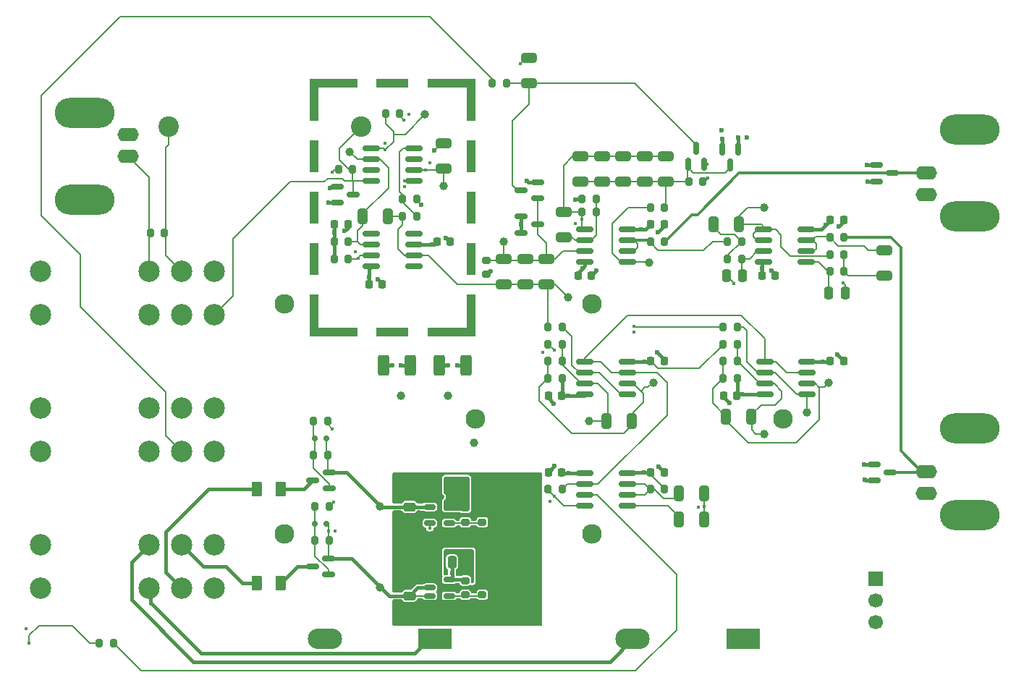
<source format=gtl>
%TF.GenerationSoftware,KiCad,Pcbnew,9.0.3*%
%TF.CreationDate,2025-08-29T14:27:28-04:00*%
%TF.ProjectId,Simple_LFLNA_RevA,53696d70-6c65-45f4-9c46-4c4e415f5265,rev?*%
%TF.SameCoordinates,Original*%
%TF.FileFunction,Copper,L1,Top*%
%TF.FilePolarity,Positive*%
%FSLAX46Y46*%
G04 Gerber Fmt 4.6, Leading zero omitted, Abs format (unit mm)*
G04 Created by KiCad (PCBNEW 9.0.3) date 2025-08-29 14:27:28*
%MOMM*%
%LPD*%
G01*
G04 APERTURE LIST*
G04 Aperture macros list*
%AMRoundRect*
0 Rectangle with rounded corners*
0 $1 Rounding radius*
0 $2 $3 $4 $5 $6 $7 $8 $9 X,Y pos of 4 corners*
0 Add a 4 corners polygon primitive as box body*
4,1,4,$2,$3,$4,$5,$6,$7,$8,$9,$2,$3,0*
0 Add four circle primitives for the rounded corners*
1,1,$1+$1,$2,$3*
1,1,$1+$1,$4,$5*
1,1,$1+$1,$6,$7*
1,1,$1+$1,$8,$9*
0 Add four rect primitives between the rounded corners*
20,1,$1+$1,$2,$3,$4,$5,0*
20,1,$1+$1,$4,$5,$6,$7,0*
20,1,$1+$1,$6,$7,$8,$9,0*
20,1,$1+$1,$8,$9,$2,$3,0*%
G04 Aperture macros list end*
%TA.AperFunction,SMDPad,CuDef*%
%ADD10C,1.000000*%
%TD*%
%TA.AperFunction,ComponentPad*%
%ADD11O,7.000000X3.500000*%
%TD*%
%TA.AperFunction,ComponentPad*%
%ADD12O,2.500000X1.600000*%
%TD*%
%TA.AperFunction,ComponentPad*%
%ADD13C,2.500000*%
%TD*%
%TA.AperFunction,SMDPad,CuDef*%
%ADD14RoundRect,0.225000X0.225000X0.250000X-0.225000X0.250000X-0.225000X-0.250000X0.225000X-0.250000X0*%
%TD*%
%TA.AperFunction,WasherPad*%
%ADD15C,2.300000*%
%TD*%
%TA.AperFunction,ComponentPad*%
%ADD16R,4.020000X2.410000*%
%TD*%
%TA.AperFunction,ComponentPad*%
%ADD17O,4.020000X2.410000*%
%TD*%
%TA.AperFunction,SMDPad,CuDef*%
%ADD18RoundRect,0.150000X-0.825000X-0.150000X0.825000X-0.150000X0.825000X0.150000X-0.825000X0.150000X0*%
%TD*%
%TA.AperFunction,SMDPad,CuDef*%
%ADD19R,1.000000X1.000000*%
%TD*%
%TA.AperFunction,SMDPad,CuDef*%
%ADD20R,4.550000X1.000000*%
%TD*%
%TA.AperFunction,SMDPad,CuDef*%
%ADD21R,3.800000X1.000000*%
%TD*%
%TA.AperFunction,SMDPad,CuDef*%
%ADD22R,1.000000X3.980000*%
%TD*%
%TA.AperFunction,SMDPad,CuDef*%
%ADD23R,1.000000X3.800000*%
%TD*%
%TA.AperFunction,SMDPad,CuDef*%
%ADD24RoundRect,0.150000X-0.512500X-0.150000X0.512500X-0.150000X0.512500X0.150000X-0.512500X0.150000X0*%
%TD*%
%TA.AperFunction,SMDPad,CuDef*%
%ADD25RoundRect,0.200000X0.200000X0.275000X-0.200000X0.275000X-0.200000X-0.275000X0.200000X-0.275000X0*%
%TD*%
%TA.AperFunction,SMDPad,CuDef*%
%ADD26RoundRect,0.200000X-0.200000X-0.275000X0.200000X-0.275000X0.200000X0.275000X-0.200000X0.275000X0*%
%TD*%
%TA.AperFunction,SMDPad,CuDef*%
%ADD27RoundRect,0.200000X0.275000X-0.200000X0.275000X0.200000X-0.275000X0.200000X-0.275000X-0.200000X0*%
%TD*%
%TA.AperFunction,SMDPad,CuDef*%
%ADD28RoundRect,0.200000X-0.275000X0.200000X-0.275000X-0.200000X0.275000X-0.200000X0.275000X0.200000X0*%
%TD*%
%TA.AperFunction,SMDPad,CuDef*%
%ADD29RoundRect,0.150000X0.587500X0.150000X-0.587500X0.150000X-0.587500X-0.150000X0.587500X-0.150000X0*%
%TD*%
%TA.AperFunction,SMDPad,CuDef*%
%ADD30RoundRect,0.150000X0.150000X-0.587500X0.150000X0.587500X-0.150000X0.587500X-0.150000X-0.587500X0*%
%TD*%
%TA.AperFunction,ComponentPad*%
%ADD31R,1.700000X1.700000*%
%TD*%
%TA.AperFunction,ComponentPad*%
%ADD32C,1.700000*%
%TD*%
%TA.AperFunction,SMDPad,CuDef*%
%ADD33RoundRect,0.250000X-0.375000X-0.625000X0.375000X-0.625000X0.375000X0.625000X-0.375000X0.625000X0*%
%TD*%
%TA.AperFunction,SMDPad,CuDef*%
%ADD34RoundRect,0.150000X-0.587500X-0.150000X0.587500X-0.150000X0.587500X0.150000X-0.587500X0.150000X0*%
%TD*%
%TA.AperFunction,SMDPad,CuDef*%
%ADD35RoundRect,0.150000X-0.150000X-0.200000X0.150000X-0.200000X0.150000X0.200000X-0.150000X0.200000X0*%
%TD*%
%TA.AperFunction,SMDPad,CuDef*%
%ADD36RoundRect,0.150000X0.150000X0.200000X-0.150000X0.200000X-0.150000X-0.200000X0.150000X-0.200000X0*%
%TD*%
%TA.AperFunction,SMDPad,CuDef*%
%ADD37RoundRect,0.150000X-0.150000X0.587500X-0.150000X-0.587500X0.150000X-0.587500X0.150000X0.587500X0*%
%TD*%
%TA.AperFunction,SMDPad,CuDef*%
%ADD38RoundRect,0.250000X0.325000X0.650000X-0.325000X0.650000X-0.325000X-0.650000X0.325000X-0.650000X0*%
%TD*%
%TA.AperFunction,SMDPad,CuDef*%
%ADD39RoundRect,0.250000X-0.475000X0.250000X-0.475000X-0.250000X0.475000X-0.250000X0.475000X0.250000X0*%
%TD*%
%TA.AperFunction,SMDPad,CuDef*%
%ADD40RoundRect,0.250000X-0.420000X-0.945000X0.420000X-0.945000X0.420000X0.945000X-0.420000X0.945000X0*%
%TD*%
%TA.AperFunction,SMDPad,CuDef*%
%ADD41RoundRect,0.250000X-0.250000X-0.475000X0.250000X-0.475000X0.250000X0.475000X-0.250000X0.475000X0*%
%TD*%
%TA.AperFunction,SMDPad,CuDef*%
%ADD42RoundRect,0.250000X0.650000X-0.325000X0.650000X0.325000X-0.650000X0.325000X-0.650000X-0.325000X0*%
%TD*%
%TA.AperFunction,SMDPad,CuDef*%
%ADD43RoundRect,0.250000X0.475000X-0.250000X0.475000X0.250000X-0.475000X0.250000X-0.475000X-0.250000X0*%
%TD*%
%TA.AperFunction,SMDPad,CuDef*%
%ADD44RoundRect,0.250000X-0.325000X-0.650000X0.325000X-0.650000X0.325000X0.650000X-0.325000X0.650000X0*%
%TD*%
%TA.AperFunction,SMDPad,CuDef*%
%ADD45RoundRect,0.225000X-0.225000X-0.250000X0.225000X-0.250000X0.225000X0.250000X-0.225000X0.250000X0*%
%TD*%
%TA.AperFunction,SMDPad,CuDef*%
%ADD46RoundRect,0.250000X-0.650000X0.325000X-0.650000X-0.325000X0.650000X-0.325000X0.650000X0.325000X0*%
%TD*%
%TA.AperFunction,SMDPad,CuDef*%
%ADD47RoundRect,0.250000X0.250000X0.475000X-0.250000X0.475000X-0.250000X-0.475000X0.250000X-0.475000X0*%
%TD*%
%TA.AperFunction,ComponentPad*%
%ADD48C,2.400000*%
%TD*%
%TA.AperFunction,ViaPad*%
%ADD49C,0.600000*%
%TD*%
%TA.AperFunction,ViaPad*%
%ADD50C,0.450000*%
%TD*%
%TA.AperFunction,Conductor*%
%ADD51C,0.150000*%
%TD*%
%TA.AperFunction,Conductor*%
%ADD52C,0.400000*%
%TD*%
%TA.AperFunction,Conductor*%
%ADD53C,0.350000*%
%TD*%
G04 APERTURE END LIST*
D10*
%TO.P,TP17,1,1*%
%TO.N,-9V*%
X73836206Y-139179869D03*
%TD*%
%TO.P,TP16,1,1*%
%TO.N,+9V*%
X73836206Y-129679869D03*
%TD*%
%TO.P,TP15,1,1*%
%TO.N,-6V*%
X76336206Y-116679869D03*
%TD*%
%TO.P,TP14,1,1*%
%TO.N,+6V*%
X81836206Y-116679869D03*
%TD*%
%TO.P,TP7,1,1*%
%TO.N,/LTP_COMM*%
X79136206Y-83779869D03*
%TD*%
D11*
%TO.P,J2,2,Ext*%
%TO.N,GND*%
X39306206Y-93759869D03*
D12*
X44386206Y-86139869D03*
D11*
X39306206Y-83599869D03*
D12*
%TO.P,J2,1,In*%
%TO.N,Net-(J2-In)*%
X44386206Y-88679869D03*
%TD*%
D13*
%TO.P,SW3,1,A*%
%TO.N,GND*%
X46836206Y-123219869D03*
%TO.P,SW3,2,B*%
%TO.N,Net-(SW3A-B)*%
X50646206Y-123219869D03*
%TO.P,SW3,3,C*%
%TO.N,-9V*%
X54456206Y-123219869D03*
%TO.P,SW3,4,A*%
%TO.N,unconnected-(SW3B-A-Pad4)*%
X46836206Y-118139869D03*
%TO.P,SW3,5,B*%
%TO.N,unconnected-(SW3B-B-Pad5)*%
X50646206Y-118139869D03*
%TO.P,SW3,6,C*%
%TO.N,unconnected-(SW3B-C-Pad6)*%
X54456206Y-118139869D03*
%TO.P,SW3,MP*%
%TO.N,N/C*%
X34136206Y-123219869D03*
X34136206Y-118139869D03*
%TD*%
%TO.P,SW2,1,A*%
%TO.N,Net-(BT1-+)*%
X46836206Y-139219869D03*
%TO.P,SW2,2,B*%
%TO.N,Net-(SW2A-B)*%
X50646206Y-139219869D03*
%TO.P,SW2,3,C*%
%TO.N,EXT_V+*%
X54456206Y-139219869D03*
%TO.P,SW2,4,A*%
%TO.N,Net-(BT2--)*%
X46836206Y-134139869D03*
%TO.P,SW2,5,B*%
%TO.N,Net-(SW2B-B)*%
X50646206Y-134139869D03*
%TO.P,SW2,6,C*%
%TO.N,EXT_V-*%
X54456206Y-134139869D03*
%TO.P,SW2,MP*%
%TO.N,N/C*%
X34136206Y-139219869D03*
X34136206Y-134139869D03*
%TD*%
%TO.P,SW1,1,A*%
%TO.N,unconnected-(SW1A-A-Pad1)*%
X46836206Y-107219869D03*
%TO.P,SW1,2,B*%
%TO.N,GND*%
X50646206Y-107219869D03*
%TO.P,SW1,3,C*%
%TO.N,/Q1_INP*%
X54456206Y-107219869D03*
%TO.P,SW1,4,A*%
%TO.N,Net-(J2-In)*%
X46836206Y-102139869D03*
%TO.P,SW1,5,B*%
%TO.N,Net-(SW1B-B)*%
X50646206Y-102139869D03*
%TO.P,SW1,6,C*%
%TO.N,unconnected-(SW1B-C-Pad6)*%
X54456206Y-102139869D03*
%TO.P,SW1,MP*%
%TO.N,N/C*%
X34136206Y-107219869D03*
X34136206Y-102139869D03*
%TD*%
D12*
%TO.P,J5,1,In*%
%TO.N,Net-(J5-In)*%
X137756206Y-90679869D03*
D11*
%TO.P,J5,2,Ext*%
%TO.N,GND*%
X142836206Y-95759869D03*
D12*
X137756206Y-93219869D03*
D11*
X142836206Y-85599869D03*
%TD*%
D12*
%TO.P,J1,1,In*%
%TO.N,Net-(J1-In)*%
X137756206Y-125599869D03*
D11*
%TO.P,J1,2,Ext*%
%TO.N,GND*%
X142836206Y-130679869D03*
D12*
X137756206Y-128139869D03*
D11*
X142836206Y-120519869D03*
%TD*%
D14*
%TO.P,C40,1*%
%TO.N,-6V*%
X115611206Y-116679869D03*
%TO.P,C40,2*%
%TO.N,GND*%
X114061206Y-116679869D03*
%TD*%
%TO.P,C39,1*%
%TO.N,GND*%
X128111206Y-112679869D03*
%TO.P,C39,2*%
%TO.N,+6V*%
X126561206Y-112679869D03*
%TD*%
%TO.P,C38,1*%
%TO.N,-6V*%
X95111206Y-116679869D03*
%TO.P,C38,2*%
%TO.N,GND*%
X93561206Y-116679869D03*
%TD*%
%TO.P,C37,1*%
%TO.N,GND*%
X107111206Y-112679869D03*
%TO.P,C37,2*%
%TO.N,+6V*%
X105561206Y-112679869D03*
%TD*%
%TO.P,C18,1*%
%TO.N,-6V*%
X95111206Y-125679869D03*
%TO.P,C18,2*%
%TO.N,GND*%
X93561206Y-125679869D03*
%TD*%
%TO.P,C15,1*%
%TO.N,GND*%
X107111206Y-125679869D03*
%TO.P,C15,2*%
%TO.N,+6V*%
X105561206Y-125679869D03*
%TD*%
D15*
%TO.P,BT2,*%
%TO.N,*%
X98701206Y-132909869D03*
X121051206Y-119419869D03*
X98701206Y-105939869D03*
D16*
%TO.P,BT2,1,+*%
%TO.N,GND*%
X116321206Y-145199869D03*
D17*
%TO.P,BT2,2,-*%
%TO.N,Net-(BT2--)*%
X103441206Y-145199869D03*
%TD*%
D15*
%TO.P,BT1,*%
%TO.N,*%
X62701206Y-132909869D03*
X85051206Y-119419869D03*
X62701206Y-105939869D03*
D16*
%TO.P,BT1,1,+*%
%TO.N,Net-(BT1-+)*%
X80321206Y-145199869D03*
D17*
%TO.P,BT1,2,-*%
%TO.N,GND*%
X67441206Y-145199869D03*
%TD*%
D18*
%TO.P,U3,1*%
%TO.N,Net-(U3A--)*%
X118761206Y-97274869D03*
%TO.P,U3,2,-*%
X118761206Y-98544869D03*
%TO.P,U3,3,+*%
%TO.N,Net-(U3A-+)*%
X118761206Y-99814869D03*
%TO.P,U3,4,V-*%
%TO.N,-6V*%
X118761206Y-101084869D03*
%TO.P,U3,5,+*%
%TO.N,Net-(U3B-+)*%
X123711206Y-101084869D03*
%TO.P,U3,6,-*%
%TO.N,Net-(U3B--)*%
X123711206Y-99814869D03*
%TO.P,U3,7*%
X123711206Y-98544869D03*
%TO.P,U3,8,V+*%
%TO.N,+6V*%
X123711206Y-97274869D03*
%TD*%
%TO.P,U2,1*%
%TO.N,Net-(C11-Pad2)*%
X97861206Y-97274869D03*
%TO.P,U2,2,-*%
%TO.N,Net-(U2A--)*%
X97861206Y-98544869D03*
%TO.P,U2,3,+*%
%TO.N,/GAIN_ST_IN*%
X97861206Y-99814869D03*
%TO.P,U2,4,V-*%
%TO.N,-6V*%
X97861206Y-101084869D03*
%TO.P,U2,5,+*%
%TO.N,/BUFFER_NI*%
X102811206Y-101084869D03*
%TO.P,U2,6,-*%
%TO.N,Net-(U2B--)*%
X102811206Y-99814869D03*
%TO.P,U2,7*%
X102811206Y-98544869D03*
%TO.P,U2,8,V+*%
%TO.N,+6V*%
X102811206Y-97274869D03*
%TD*%
D19*
%TO.P,J3,1,Shield*%
%TO.N,GND*%
X66186206Y-109259869D03*
D20*
X68961206Y-109259869D03*
D21*
X75336206Y-109259869D03*
D20*
X81711206Y-109259869D03*
D19*
X84486206Y-109259869D03*
D22*
X66186206Y-106769869D03*
X84486206Y-106769869D03*
D23*
X66186206Y-100679869D03*
X84486206Y-100679869D03*
X66186206Y-94679869D03*
X84486206Y-94679869D03*
X66186206Y-88679869D03*
X84486206Y-88679869D03*
D22*
X66186206Y-82589869D03*
X84486206Y-82589869D03*
D19*
X66186206Y-80099869D03*
D20*
X68961206Y-80099869D03*
D21*
X75336206Y-80099869D03*
D20*
X81711206Y-80099869D03*
D19*
X84486206Y-80099869D03*
%TD*%
D18*
%TO.P,U8,1*%
%TO.N,/555_TR*%
X97861206Y-112774869D03*
%TO.P,U8,2,-*%
%TO.N,INP_SAT_DET*%
X97861206Y-114044869D03*
%TO.P,U8,3,+*%
%TO.N,/INP_WIND_HI*%
X97861206Y-115314869D03*
%TO.P,U8,4,V-*%
%TO.N,-6V*%
X97861206Y-116584869D03*
%TO.P,U8,5,+*%
%TO.N,INP_SAT_DET*%
X102811206Y-116584869D03*
%TO.P,U8,6,-*%
%TO.N,/INP_WIND_LO*%
X102811206Y-115314869D03*
%TO.P,U8,7*%
%TO.N,/555_TR*%
X102811206Y-114044869D03*
%TO.P,U8,8,V+*%
%TO.N,+6V*%
X102811206Y-112774869D03*
%TD*%
%TO.P,U7,1,GND*%
%TO.N,-6V*%
X97861206Y-125774869D03*
%TO.P,U7,2,TR*%
%TO.N,/555_TR*%
X97861206Y-127044869D03*
%TO.P,U7,3,Q*%
%TO.N,Net-(U7-Q)*%
X97861206Y-128314869D03*
%TO.P,U7,4,R*%
%TO.N,+6V*%
X97861206Y-129584869D03*
%TO.P,U7,5,CV*%
%TO.N,Net-(U7-CV)*%
X102811206Y-129584869D03*
%TO.P,U7,6,THR*%
%TO.N,Net-(U7-DIS)*%
X102811206Y-128314869D03*
%TO.P,U7,7,DIS*%
X102811206Y-127044869D03*
%TO.P,U7,8,VCC*%
%TO.N,+6V*%
X102811206Y-125774869D03*
%TD*%
D24*
%TO.P,U6,1,GND*%
%TO.N,GND*%
X79698706Y-138229869D03*
%TO.P,U6,2,IN*%
%TO.N,-9V*%
X79698706Y-139179869D03*
%TO.P,U6,3,EN*%
X79698706Y-140129869D03*
%TO.P,U6,4,FB*%
%TO.N,Net-(U6-FB)*%
X81973706Y-140129869D03*
%TO.P,U6,5,OUT*%
%TO.N,-6V*%
X81973706Y-138229869D03*
%TD*%
%TO.P,U5,1,VIN*%
%TO.N,+9V*%
X79698706Y-129729869D03*
%TO.P,U5,2,GND*%
%TO.N,GND*%
X79698706Y-130679869D03*
%TO.P,U5,3,ON/~{OFF}*%
%TO.N,+9V*%
X79698706Y-131629869D03*
%TO.P,U5,4,ADJ*%
%TO.N,Net-(U5-ADJ)*%
X81973706Y-131629869D03*
%TO.P,U5,5,VOUT*%
%TO.N,+6V*%
X81973706Y-129729869D03*
%TD*%
D18*
%TO.P,U4,1*%
%TO.N,/555_TR*%
X118861206Y-112774869D03*
%TO.P,U4,2,-*%
%TO.N,GAIN_SAT_DET*%
X118861206Y-114044869D03*
%TO.P,U4,3,+*%
%TO.N,/GAIN_WIND_HI*%
X118861206Y-115314869D03*
%TO.P,U4,4,V-*%
%TO.N,-6V*%
X118861206Y-116584869D03*
%TO.P,U4,5,+*%
%TO.N,GAIN_SAT_DET*%
X123811206Y-116584869D03*
%TO.P,U4,6,-*%
%TO.N,/GAIN_WIND_LO*%
X123811206Y-115314869D03*
%TO.P,U4,7*%
%TO.N,/555_TR*%
X123811206Y-114044869D03*
%TO.P,U4,8,V+*%
%TO.N,+6V*%
X123811206Y-112774869D03*
%TD*%
%TO.P,U1,1,NC*%
%TO.N,unconnected-(U1-NC-Pad1)*%
X72861206Y-97774869D03*
%TO.P,U1,2,-*%
%TO.N,/D_NI*%
X72861206Y-99044869D03*
%TO.P,U1,3,+*%
%TO.N,/D_INV*%
X72861206Y-100314869D03*
%TO.P,U1,4,V-*%
%TO.N,-6V*%
X72861206Y-101584869D03*
%TO.P,U1,5,NC*%
%TO.N,unconnected-(U1-NC-Pad5)*%
X77811206Y-101584869D03*
%TO.P,U1,6*%
%TO.N,/U1_OUT*%
X77811206Y-100314869D03*
%TO.P,U1,7,V+*%
%TO.N,+6V*%
X77811206Y-99044869D03*
%TO.P,U1,8,NC*%
%TO.N,unconnected-(U1-NC-Pad8)*%
X77811206Y-97774869D03*
%TD*%
D10*
%TO.P,TP13,1,1*%
%TO.N,/INP_WIND_LO*%
X105836206Y-115179869D03*
%TD*%
%TO.P,TP12,1,1*%
%TO.N,/INP_WIND_HI*%
X98336206Y-119679869D03*
%TD*%
%TO.P,TP11,1,1*%
%TO.N,/GAIN_WIND_LO*%
X126336206Y-115179869D03*
%TD*%
%TO.P,TP10,1,1*%
%TO.N,/GAIN_WIND_HI*%
X118836206Y-121179869D03*
%TD*%
%TO.P,TP9,1,1*%
%TO.N,GAIN_SAT_DET*%
X123836206Y-118679869D03*
%TD*%
%TO.P,TP8,1,1*%
%TO.N,GND*%
X84836206Y-122179869D03*
%TD*%
%TO.P,TP6,1,1*%
%TO.N,/D_INV*%
X81336206Y-92179869D03*
%TD*%
%TO.P,TP5,1,1*%
%TO.N,/GAIN_ST_IN*%
X88336206Y-98679869D03*
%TD*%
%TO.P,TP4,1,1*%
%TO.N,/D_NI*%
X70336206Y-88179869D03*
%TD*%
%TO.P,TP3,1,1*%
%TO.N,/BUFFER_NI*%
X105336206Y-101179869D03*
%TD*%
%TO.P,TP2,1,1*%
%TO.N,/U1_OUT*%
X95836206Y-105179869D03*
%TD*%
%TO.P,TP1,1,1*%
%TO.N,Net-(U3A--)*%
X118836206Y-94679869D03*
%TD*%
D25*
%TO.P,R38,1*%
%TO.N,Net-(J5-In)*%
X107161206Y-98679869D03*
%TO.P,R38,2*%
%TO.N,Net-(U2B--)*%
X105511206Y-98679869D03*
%TD*%
%TO.P,R37,1*%
%TO.N,+9V*%
X67723706Y-123679869D03*
%TO.P,R37,2*%
%TO.N,Net-(D7-A)*%
X66073706Y-123679869D03*
%TD*%
D26*
%TO.P,R36,1*%
%TO.N,Net-(D7-A)*%
X66073706Y-119679869D03*
%TO.P,R36,2*%
%TO.N,GND*%
X67723706Y-119679869D03*
%TD*%
%TO.P,R35,1*%
%TO.N,Net-(D6-K)*%
X66248706Y-133679869D03*
%TO.P,R35,2*%
%TO.N,-9V*%
X67898706Y-133679869D03*
%TD*%
D25*
%TO.P,R34,1*%
%TO.N,GND*%
X67898706Y-129679869D03*
%TO.P,R34,2*%
%TO.N,Net-(D6-K)*%
X66248706Y-129679869D03*
%TD*%
D26*
%TO.P,R33,1*%
%TO.N,/INP_WIND_LO*%
X93511206Y-114679869D03*
%TO.P,R33,2*%
%TO.N,-6V*%
X95161206Y-114679869D03*
%TD*%
D25*
%TO.P,R32,1*%
%TO.N,/INP_WIND_HI*%
X95161206Y-112679869D03*
%TO.P,R32,2*%
%TO.N,/INP_WIND_LO*%
X93511206Y-112679869D03*
%TD*%
D27*
%TO.P,R31,1*%
%TO.N,Net-(U6-FB)*%
X85836206Y-140004869D03*
%TO.P,R31,2*%
%TO.N,GND*%
X85836206Y-138354869D03*
%TD*%
D26*
%TO.P,R30,1*%
%TO.N,+6V*%
X93511206Y-110679869D03*
%TO.P,R30,2*%
%TO.N,/INP_WIND_HI*%
X95161206Y-110679869D03*
%TD*%
D25*
%TO.P,R29,1*%
%TO.N,Net-(U7-Q)*%
X42661206Y-145679869D03*
%TO.P,R29,2*%
%TO.N,Net-(D4-A)*%
X41011206Y-145679869D03*
%TD*%
D27*
%TO.P,R28,1*%
%TO.N,Net-(U6-FB)*%
X83836206Y-140004869D03*
%TO.P,R28,2*%
%TO.N,-6V*%
X83836206Y-138354869D03*
%TD*%
D25*
%TO.P,R27,1*%
%TO.N,+6V*%
X107161206Y-127679869D03*
%TO.P,R27,2*%
%TO.N,Net-(U7-DIS)*%
X105511206Y-127679869D03*
%TD*%
D26*
%TO.P,R26,1*%
%TO.N,/GAIN_WIND_LO*%
X114011206Y-114679869D03*
%TO.P,R26,2*%
%TO.N,-6V*%
X115661206Y-114679869D03*
%TD*%
%TO.P,R25,1*%
%TO.N,Net-(SW3A-B)*%
X87011206Y-80179869D03*
%TO.P,R25,2*%
%TO.N,SETTLE*%
X88661206Y-80179869D03*
%TD*%
D27*
%TO.P,R24,1*%
%TO.N,Net-(U5-ADJ)*%
X85836206Y-131504869D03*
%TO.P,R24,2*%
%TO.N,GND*%
X85836206Y-129854869D03*
%TD*%
D25*
%TO.P,R23,1*%
%TO.N,/GAIN_WIND_HI*%
X115661206Y-112679869D03*
%TO.P,R23,2*%
%TO.N,/GAIN_WIND_LO*%
X114011206Y-112679869D03*
%TD*%
D27*
%TO.P,R22,1*%
%TO.N,Net-(U5-ADJ)*%
X83836206Y-131504869D03*
%TO.P,R22,2*%
%TO.N,+6V*%
X83836206Y-129854869D03*
%TD*%
D26*
%TO.P,R21,1*%
%TO.N,+6V*%
X93511206Y-127679869D03*
%TO.P,R21,2*%
%TO.N,/555_TR*%
X95161206Y-127679869D03*
%TD*%
%TO.P,R20,1*%
%TO.N,+6V*%
X114011206Y-110679869D03*
%TO.P,R20,2*%
%TO.N,/GAIN_WIND_HI*%
X115661206Y-110679869D03*
%TD*%
D25*
%TO.P,R19,1*%
%TO.N,Net-(U2A--)*%
X99161206Y-93679869D03*
%TO.P,R19,2*%
%TO.N,GND*%
X97511206Y-93679869D03*
%TD*%
D26*
%TO.P,R18,1*%
%TO.N,/HP_FILT_OUT*%
X110011206Y-91679869D03*
%TO.P,R18,2*%
%TO.N,GND*%
X111661206Y-91679869D03*
%TD*%
%TO.P,R17,1*%
%TO.N,/LTP_COMM*%
X74511206Y-83679869D03*
%TO.P,R17,2*%
%TO.N,-6V*%
X76161206Y-83679869D03*
%TD*%
D25*
%TO.P,R16,1*%
%TO.N,Net-(U2A--)*%
X99161206Y-95179869D03*
%TO.P,R16,2*%
%TO.N,Net-(C11-Pad2)*%
X97511206Y-95179869D03*
%TD*%
%TO.P,R15,1*%
%TO.N,/Q1_INP*%
X70661206Y-90179869D03*
%TO.P,R15,2*%
%TO.N,GND*%
X69011206Y-90179869D03*
%TD*%
D26*
%TO.P,R14,1*%
%TO.N,/FB*%
X76511206Y-93679869D03*
%TO.P,R14,2*%
%TO.N,GND*%
X78161206Y-93679869D03*
%TD*%
%TO.P,R13,1*%
%TO.N,Net-(J2-In)*%
X47011206Y-97679869D03*
%TO.P,R13,2*%
%TO.N,Net-(SW1B-B)*%
X48661206Y-97679869D03*
%TD*%
D28*
%TO.P,R12,1*%
%TO.N,/GAIN_ST_IN*%
X86336206Y-100854869D03*
%TO.P,R12,2*%
%TO.N,GND*%
X86336206Y-102504869D03*
%TD*%
D25*
%TO.P,R11,1*%
%TO.N,Net-(U3A-+)*%
X116161206Y-100679869D03*
%TO.P,R11,2*%
%TO.N,Net-(C6-Pad2)*%
X114511206Y-100679869D03*
%TD*%
%TO.P,R10,1*%
%TO.N,Net-(C6-Pad2)*%
X116161206Y-98679869D03*
%TO.P,R10,2*%
%TO.N,Net-(U2B--)*%
X114511206Y-98679869D03*
%TD*%
D26*
%TO.P,R9,1*%
%TO.N,Net-(U3B-+)*%
X126511206Y-102179869D03*
%TO.P,R9,2*%
%TO.N,Net-(C5-Pad2)*%
X128161206Y-102179869D03*
%TD*%
D25*
%TO.P,R8,1*%
%TO.N,Net-(C5-Pad2)*%
X128161206Y-100179869D03*
%TO.P,R8,2*%
%TO.N,Net-(U3A--)*%
X126511206Y-100179869D03*
%TD*%
%TO.P,R7,1*%
%TO.N,Net-(J1-In)*%
X128161206Y-98179869D03*
%TO.P,R7,2*%
%TO.N,Net-(U3B--)*%
X126511206Y-98179869D03*
%TD*%
D26*
%TO.P,R6,1*%
%TO.N,/BUFFER_NI*%
X105511206Y-94679869D03*
%TO.P,R6,2*%
%TO.N,/HP_FILT_OUT*%
X107161206Y-94679869D03*
%TD*%
D25*
%TO.P,R5,1*%
%TO.N,/FB*%
X78161206Y-95679869D03*
%TO.P,R5,2*%
%TO.N,/U1_OUT*%
X76511206Y-95679869D03*
%TD*%
D26*
%TO.P,R4,1*%
%TO.N,+6V*%
X68511206Y-100679869D03*
%TO.P,R4,2*%
%TO.N,/D_INV*%
X70161206Y-100679869D03*
%TD*%
%TO.P,R3,1*%
%TO.N,+6V*%
X68511206Y-98679869D03*
%TO.P,R3,2*%
%TO.N,/D_NI*%
X70161206Y-98679869D03*
%TD*%
%TO.P,R2,1*%
%TO.N,Net-(C11-Pad2)*%
X114011206Y-108679869D03*
%TO.P,R2,2*%
%TO.N,GAIN_SAT_DET*%
X115661206Y-108679869D03*
%TD*%
%TO.P,R1,1*%
%TO.N,/U1_OUT*%
X93511206Y-108679869D03*
%TO.P,R1,2*%
%TO.N,INP_SAT_DET*%
X95161206Y-108679869D03*
%TD*%
D29*
%TO.P,Q5,1,G*%
%TO.N,Net-(D7-A)*%
X67898706Y-127579869D03*
%TO.P,Q5,2,S*%
%TO.N,+9V*%
X67898706Y-125679869D03*
%TO.P,Q5,3,D*%
%TO.N,Net-(Q5-D)*%
X66023706Y-126629869D03*
%TD*%
%TO.P,Q4,1,G*%
%TO.N,Net-(D6-K)*%
X67836206Y-137629869D03*
%TO.P,Q4,2,S*%
%TO.N,-9V*%
X67836206Y-135729869D03*
%TO.P,Q4,3,D*%
%TO.N,Net-(Q4-D)*%
X65961206Y-136679869D03*
%TD*%
D30*
%TO.P,Q3,1,D*%
%TO.N,/HP_FILT_OUT*%
X109886206Y-89617369D03*
%TO.P,Q3,2,S*%
%TO.N,GND*%
X111786206Y-89617369D03*
%TO.P,Q3,3,G*%
%TO.N,SETTLE*%
X110836206Y-87742369D03*
%TD*%
D29*
%TO.P,Q2,1,D*%
%TO.N,/GAIN_ST_IN*%
X92273706Y-93629869D03*
%TO.P,Q2,2,S*%
%TO.N,GND*%
X92273706Y-91729869D03*
%TO.P,Q2,3,G*%
%TO.N,SETTLE*%
X90398706Y-92679869D03*
%TD*%
D18*
%TO.P,Q1,1*%
%TO.N,/LTP_COMM*%
X72861206Y-87774869D03*
%TO.P,Q1,2*%
%TO.N,/D_NI*%
X72861206Y-89044869D03*
%TO.P,Q1,3,VCH*%
%TO.N,unconnected-(Q1C-VCH-Pad3)*%
X72861206Y-90314869D03*
%TO.P,Q1,4*%
%TO.N,/Q1_INP*%
X72861206Y-91584869D03*
%TO.P,Q1,5*%
%TO.N,/LTP_COMM*%
X77811206Y-91584869D03*
%TO.P,Q1,6*%
%TO.N,/D_INV*%
X77811206Y-90314869D03*
%TO.P,Q1,7,VCL*%
%TO.N,unconnected-(Q1C-VCL-Pad7)*%
X77811206Y-89044869D03*
%TO.P,Q1,8*%
%TO.N,/FB*%
X77811206Y-87774869D03*
%TD*%
D31*
%TO.P,J4,1,Pin_1*%
%TO.N,EXT_V+*%
X131836206Y-138139869D03*
D32*
%TO.P,J4,2,Pin_2*%
%TO.N,GND*%
X131836206Y-140679869D03*
%TO.P,J4,3,Pin_3*%
%TO.N,EXT_V-*%
X131836206Y-143219869D03*
%TD*%
D33*
%TO.P,F2,1*%
%TO.N,Net-(SW2B-B)*%
X59436206Y-138679869D03*
%TO.P,F2,2*%
%TO.N,Net-(Q4-D)*%
X62236206Y-138679869D03*
%TD*%
%TO.P,F1,1*%
%TO.N,Net-(SW2A-B)*%
X59436206Y-127679869D03*
%TO.P,F1,2*%
%TO.N,Net-(Q5-D)*%
X62236206Y-127679869D03*
%TD*%
D34*
%TO.P,D8,1,K*%
%TO.N,-6V*%
X131898706Y-89729869D03*
%TO.P,D8,2,A*%
%TO.N,+6V*%
X131898706Y-91629869D03*
%TO.P,D8,3,K*%
%TO.N,Net-(J5-In)*%
X133773706Y-90679869D03*
%TD*%
D35*
%TO.P,D7,1,K*%
%TO.N,+9V*%
X67598706Y-121679869D03*
%TO.P,D7,2,A*%
%TO.N,Net-(D7-A)*%
X66198706Y-121679869D03*
%TD*%
D36*
%TO.P,D6,1,K*%
%TO.N,Net-(D6-K)*%
X66198706Y-131679869D03*
%TO.P,D6,2,A*%
%TO.N,-9V*%
X67598706Y-131679869D03*
%TD*%
D34*
%TO.P,D5,1,K*%
%TO.N,-6V*%
X131648706Y-124729869D03*
%TO.P,D5,2,A*%
%TO.N,+6V*%
X131648706Y-126629869D03*
%TO.P,D5,3,K*%
%TO.N,Net-(J1-In)*%
X133523706Y-125679869D03*
%TD*%
%TO.P,D3,1,K*%
%TO.N,GND*%
X68836206Y-92229869D03*
%TO.P,D3,2,A*%
X68836206Y-94129869D03*
%TO.P,D3,3,K*%
%TO.N,/Q1_INP*%
X70711206Y-93179869D03*
%TD*%
D37*
%TO.P,D2,1,K*%
%TO.N,-6V*%
X115786206Y-87804869D03*
%TO.P,D2,2,A*%
%TO.N,+6V*%
X113886206Y-87804869D03*
%TO.P,D2,3,K*%
%TO.N,/HP_FILT_OUT*%
X114836206Y-89679869D03*
%TD*%
D34*
%TO.P,D1,1,K*%
%TO.N,GND*%
X90398706Y-95729869D03*
%TO.P,D1,2,A*%
X90398706Y-97629869D03*
%TO.P,D1,3,K*%
%TO.N,/GAIN_ST_IN*%
X92273706Y-96679869D03*
%TD*%
D38*
%TO.P,C36,1*%
%TO.N,/INP_WIND_LO*%
X103311206Y-119679869D03*
%TO.P,C36,2*%
%TO.N,/INP_WIND_HI*%
X100361206Y-119679869D03*
%TD*%
%TO.P,C35,1*%
%TO.N,-6V*%
X111811206Y-128179869D03*
%TO.P,C35,2*%
%TO.N,Net-(U7-DIS)*%
X108861206Y-128179869D03*
%TD*%
%TO.P,C34,1*%
%TO.N,-6V*%
X111811206Y-131179869D03*
%TO.P,C34,2*%
%TO.N,Net-(U7-CV)*%
X108861206Y-131179869D03*
%TD*%
D39*
%TO.P,C33,1*%
%TO.N,GND*%
X77336206Y-138229869D03*
%TO.P,C33,2*%
%TO.N,-9V*%
X77336206Y-140129869D03*
%TD*%
D40*
%TO.P,C32,1*%
%TO.N,GND*%
X74296206Y-113179869D03*
%TO.P,C32,2*%
%TO.N,-6V*%
X77376206Y-113179869D03*
%TD*%
D41*
%TO.P,C31,1*%
%TO.N,GND*%
X80386206Y-136179869D03*
%TO.P,C31,2*%
%TO.N,-6V*%
X82286206Y-136179869D03*
%TD*%
D42*
%TO.P,C30,1*%
%TO.N,SETTLE*%
X91336206Y-80154869D03*
%TO.P,C30,2*%
%TO.N,GND*%
X91336206Y-77204869D03*
%TD*%
D43*
%TO.P,C29,1*%
%TO.N,GND*%
X77336206Y-131629869D03*
%TO.P,C29,2*%
%TO.N,+9V*%
X77336206Y-129729869D03*
%TD*%
D40*
%TO.P,C28,1*%
%TO.N,+6V*%
X80836206Y-113179869D03*
%TO.P,C28,2*%
%TO.N,GND*%
X83916206Y-113179869D03*
%TD*%
D41*
%TO.P,C27,1*%
%TO.N,GND*%
X80386206Y-127679869D03*
%TO.P,C27,2*%
%TO.N,+6V*%
X82286206Y-127679869D03*
%TD*%
D44*
%TO.P,C26,1*%
%TO.N,/GAIN_WIND_LO*%
X114361206Y-119179869D03*
%TO.P,C26,2*%
%TO.N,/GAIN_WIND_HI*%
X117311206Y-119179869D03*
%TD*%
D45*
%TO.P,C25,1*%
%TO.N,-6V*%
X118561206Y-102679869D03*
%TO.P,C25,2*%
%TO.N,GND*%
X120111206Y-102679869D03*
%TD*%
%TO.P,C24,1*%
%TO.N,-6V*%
X97061206Y-102679869D03*
%TO.P,C24,2*%
%TO.N,GND*%
X98611206Y-102679869D03*
%TD*%
%TO.P,C23,1*%
%TO.N,-6V*%
X72561206Y-103679869D03*
%TO.P,C23,2*%
%TO.N,GND*%
X74111206Y-103679869D03*
%TD*%
D14*
%TO.P,C22,1*%
%TO.N,GND*%
X128111206Y-96179869D03*
%TO.P,C22,2*%
%TO.N,+6V*%
X126561206Y-96179869D03*
%TD*%
%TO.P,C21,1*%
%TO.N,GND*%
X107111206Y-96679869D03*
%TO.P,C21,2*%
%TO.N,+6V*%
X105561206Y-96679869D03*
%TD*%
%TO.P,C20,1*%
%TO.N,GND*%
X82111206Y-98679869D03*
%TO.P,C20,2*%
%TO.N,+6V*%
X80561206Y-98679869D03*
%TD*%
D46*
%TO.P,C19,1*%
%TO.N,Net-(C11-Pad2)*%
X95336206Y-95204869D03*
%TO.P,C19,2*%
%TO.N,Net-(U2A--)*%
X95336206Y-98154869D03*
%TD*%
D41*
%TO.P,C17,2*%
%TO.N,Net-(U3A-+)*%
X116286206Y-102679869D03*
%TO.P,C17,1*%
%TO.N,GND*%
X114386206Y-102679869D03*
%TD*%
D47*
%TO.P,C16,1*%
%TO.N,GND*%
X128286206Y-104679869D03*
%TO.P,C16,2*%
%TO.N,Net-(U3B-+)*%
X126386206Y-104679869D03*
%TD*%
D42*
%TO.P,C14,1*%
%TO.N,/HP_FILT_OUT*%
X107336206Y-91654869D03*
%TO.P,C14,2*%
%TO.N,Net-(C11-Pad2)*%
X107336206Y-88704869D03*
%TD*%
D46*
%TO.P,C12,1*%
%TO.N,/GAIN_ST_IN*%
X88336206Y-100704869D03*
%TO.P,C12,2*%
%TO.N,/U1_OUT*%
X88336206Y-103654869D03*
%TD*%
D42*
%TO.P,C11,1*%
%TO.N,/HP_FILT_OUT*%
X104836206Y-91654869D03*
%TO.P,C11,2*%
%TO.N,Net-(C11-Pad2)*%
X104836206Y-88704869D03*
%TD*%
D46*
%TO.P,C10,1*%
%TO.N,/GAIN_ST_IN*%
X90836206Y-100704869D03*
%TO.P,C10,2*%
%TO.N,/U1_OUT*%
X90836206Y-103654869D03*
%TD*%
D42*
%TO.P,C9,1*%
%TO.N,/D_INV*%
X81336206Y-90154869D03*
%TO.P,C9,2*%
%TO.N,GND*%
X81336206Y-87204869D03*
%TD*%
%TO.P,C8,1*%
%TO.N,/HP_FILT_OUT*%
X102336206Y-91654869D03*
%TO.P,C8,2*%
%TO.N,Net-(C11-Pad2)*%
X102336206Y-88704869D03*
%TD*%
D46*
%TO.P,C7,1*%
%TO.N,/GAIN_ST_IN*%
X93336206Y-100704869D03*
%TO.P,C7,2*%
%TO.N,/U1_OUT*%
X93336206Y-103654869D03*
%TD*%
D38*
%TO.P,C6,2*%
%TO.N,Net-(C6-Pad2)*%
X112861206Y-96679869D03*
%TO.P,C6,1*%
%TO.N,Net-(U3A--)*%
X115811206Y-96679869D03*
%TD*%
D46*
%TO.P,C5,1*%
%TO.N,Net-(U3B--)*%
X132836206Y-99704869D03*
%TO.P,C5,2*%
%TO.N,Net-(C5-Pad2)*%
X132836206Y-102654869D03*
%TD*%
D42*
%TO.P,C4,1*%
%TO.N,/HP_FILT_OUT*%
X99836206Y-91654869D03*
%TO.P,C4,2*%
%TO.N,Net-(C11-Pad2)*%
X99836206Y-88704869D03*
%TD*%
%TO.P,C3,1*%
%TO.N,/HP_FILT_OUT*%
X97336206Y-91679869D03*
%TO.P,C3,2*%
%TO.N,Net-(C11-Pad2)*%
X97336206Y-88729869D03*
%TD*%
D14*
%TO.P,C2,1*%
%TO.N,GND*%
X70111206Y-96679869D03*
%TO.P,C2,2*%
%TO.N,+6V*%
X68561206Y-96679869D03*
%TD*%
D38*
%TO.P,C1,1*%
%TO.N,/U1_OUT*%
X74811206Y-95679869D03*
%TO.P,C1,2*%
%TO.N,/D_NI*%
X71861206Y-95679869D03*
%TD*%
D48*
%TO.P,C13,1*%
%TO.N,Net-(SW1B-B)*%
X49136206Y-85179869D03*
%TO.P,C13,2*%
%TO.N,/Q1_INP*%
X71636206Y-85179869D03*
%TD*%
D49*
%TO.N,GND*%
X80836206Y-132179869D03*
X81836206Y-130679869D03*
X75836206Y-132179869D03*
X79336206Y-126679869D03*
X79336206Y-128179869D03*
X77336206Y-137179869D03*
X81836206Y-139179869D03*
X79336206Y-135679869D03*
X78836206Y-137179869D03*
X80836206Y-138679869D03*
X75836206Y-138179869D03*
X75836206Y-128179869D03*
X75836206Y-130679869D03*
X75836206Y-133179869D03*
X75836206Y-135679869D03*
X88336206Y-140679869D03*
X90836206Y-140679869D03*
X90836206Y-138179869D03*
X88336206Y-138179869D03*
X85836206Y-135679869D03*
X88336206Y-135679869D03*
X90836206Y-135679869D03*
X90836206Y-133179869D03*
X88336206Y-133179869D03*
X88336206Y-128179869D03*
X85836206Y-128179869D03*
D50*
%TO.N,Net-(D4-A)*%
X32836206Y-145679869D03*
D49*
%TO.N,+6V*%
X81836206Y-116679869D03*
%TO.N,-6V*%
X76336206Y-116679869D03*
%TO.N,GND*%
X86836206Y-102129869D03*
X84836206Y-122179869D03*
D50*
X32486206Y-143979869D03*
D49*
%TO.N,+6V*%
X81911206Y-128404869D03*
D50*
%TO.N,GND*%
X103536206Y-109229869D03*
%TO.N,Net-(C11-Pad2)*%
X103536206Y-108579869D03*
%TO.N,GND*%
X96686206Y-96529869D03*
%TO.N,Net-(C11-Pad2)*%
X97511206Y-96079869D03*
D49*
%TO.N,GND*%
X116786206Y-86529869D03*
X113780875Y-85674538D03*
D50*
X112095147Y-89626309D03*
X112186206Y-91229869D03*
X90286206Y-77879869D03*
X68636206Y-132529869D03*
%TO.N,-9V*%
X67836206Y-132529869D03*
%TO.N,GND*%
X68461206Y-129154869D03*
%TO.N,+9V*%
X78686206Y-129729869D03*
X79686206Y-132179869D03*
%TO.N,GND*%
X68286206Y-120579869D03*
D49*
X82886206Y-113179869D03*
%TO.N,+6V*%
X81836206Y-113179869D03*
%TO.N,-6V*%
X76336206Y-113179869D03*
%TO.N,GND*%
X75286206Y-113179869D03*
D50*
X92886206Y-111679869D03*
D49*
%TO.N,+6V*%
X130586206Y-126579869D03*
%TO.N,-6V*%
X130486206Y-124779869D03*
X130836206Y-89729869D03*
%TO.N,+6V*%
X130911206Y-91654869D03*
%TO.N,-6V*%
X115786206Y-86529869D03*
%TO.N,+6V*%
X113886206Y-86629869D03*
D50*
%TO.N,GND*%
X85186206Y-138929869D03*
D49*
X80386206Y-137479869D03*
%TO.N,-6V*%
X82286206Y-137429869D03*
%TO.N,GND*%
X81086206Y-128529869D03*
X80936206Y-130679869D03*
X78386206Y-131629869D03*
X78536206Y-130679869D03*
D50*
X85036206Y-130329869D03*
X77236206Y-83779869D03*
%TO.N,-6V*%
X76686206Y-84429869D03*
%TO.N,GND*%
X79736206Y-89479869D03*
%TO.N,/D_INV*%
X79186206Y-90314869D03*
%TO.N,GND*%
X111136206Y-129729869D03*
%TO.N,-6V*%
X111811206Y-129629869D03*
%TO.N,GND*%
X93736206Y-129079869D03*
%TO.N,+6V*%
X94261206Y-128454869D03*
D49*
%TO.N,GND*%
X94286206Y-124929869D03*
%TO.N,+6V*%
X104736206Y-125679869D03*
%TO.N,-6V*%
X95936206Y-125774869D03*
%TO.N,GND*%
X106486206Y-124979869D03*
X80236206Y-88029869D03*
X78686206Y-94379869D03*
%TO.N,+6V*%
X79986206Y-99044869D03*
%TO.N,GND*%
X81586206Y-98279869D03*
%TO.N,-6V*%
X72561206Y-102829869D03*
%TO.N,GND*%
X73586206Y-103079869D03*
X67986206Y-92379869D03*
X67886206Y-94079869D03*
%TO.N,+6V*%
X68561206Y-97579869D03*
%TO.N,GND*%
X69736206Y-97429869D03*
D50*
X70986206Y-99829869D03*
X74436206Y-87179869D03*
%TO.N,/LTP_COMM*%
X74486206Y-87929869D03*
%TO.N,GND*%
X76736206Y-92279869D03*
%TO.N,/LTP_COMM*%
X76736206Y-91579869D03*
%TO.N,GND*%
X68236206Y-90529869D03*
%TO.N,/D_INV*%
X71286206Y-100629869D03*
D49*
%TO.N,+6V*%
X125636206Y-112774869D03*
%TO.N,GND*%
X127386206Y-111929869D03*
D50*
X128036206Y-103529869D03*
X115236206Y-103629869D03*
D49*
X90398706Y-96679869D03*
D50*
%TO.N,+6V*%
X94236206Y-111379869D03*
D49*
%TO.N,GND*%
X91036206Y-91529869D03*
X96686206Y-93779869D03*
X94186206Y-117629869D03*
%TO.N,-6V*%
X95886206Y-116679869D03*
%TO.N,+6V*%
X104886206Y-112774869D03*
%TO.N,GND*%
X114736206Y-117529869D03*
%TO.N,-6V*%
X116286206Y-116584869D03*
%TO.N,+6V*%
X125998706Y-96742369D03*
%TO.N,GND*%
X127536206Y-96879869D03*
X119636206Y-102079869D03*
%TO.N,-6V*%
X118561206Y-101779869D03*
%TO.N,+6V*%
X104436206Y-97274869D03*
%TO.N,GND*%
X106386206Y-97579869D03*
%TO.N,-6V*%
X97536206Y-101829869D03*
%TO.N,GND*%
X99136206Y-102029869D03*
X106286206Y-111629869D03*
X66186206Y-88679869D03*
X66186206Y-94679869D03*
X66186206Y-100679869D03*
X66186206Y-106769869D03*
X66186206Y-109259869D03*
X68961206Y-109259869D03*
X75336206Y-109259869D03*
X81711206Y-109259869D03*
X84486206Y-109259869D03*
X84486206Y-106769869D03*
X84486206Y-100679869D03*
X84486206Y-94679869D03*
X84486206Y-88679869D03*
X84486206Y-82589869D03*
X84486206Y-80099869D03*
X81711206Y-80099869D03*
X75336206Y-80099869D03*
X68961206Y-80099869D03*
X66186206Y-80099869D03*
X66186206Y-82589869D03*
%TD*%
D51*
%TO.N,Net-(C11-Pad2)*%
X97861206Y-97274869D02*
X97511206Y-96924869D01*
X97511206Y-96079869D02*
X97511206Y-95179869D01*
X97511206Y-96924869D02*
X97511206Y-96079869D01*
%TO.N,/FB*%
X76591206Y-87774869D02*
X77811206Y-87774869D01*
X76186206Y-92879869D02*
X76186206Y-88179869D01*
X76511206Y-93204869D02*
X76186206Y-92879869D01*
X76511206Y-93679869D02*
X76511206Y-93204869D01*
X76186206Y-88179869D02*
X76591206Y-87774869D01*
%TO.N,/LTP_COMM*%
X77811206Y-91584869D02*
X76741206Y-91584869D01*
X76741206Y-91584869D02*
X76736206Y-91579869D01*
%TO.N,Net-(SW1B-B)*%
X48836206Y-100329869D02*
X48836206Y-87679869D01*
X50646206Y-102139869D02*
X48836206Y-100329869D01*
X48836206Y-87679869D02*
X49136206Y-87379869D01*
X49136206Y-87379869D02*
X49136206Y-85179869D01*
%TO.N,Net-(J2-In)*%
X46836206Y-91129869D02*
X44386206Y-88679869D01*
X46836206Y-102139869D02*
X46836206Y-91129869D01*
%TO.N,/Q1_INP*%
X69741206Y-91584869D02*
X70686206Y-91584869D01*
X69436206Y-91279869D02*
X69741206Y-91584869D01*
X67736206Y-91279869D02*
X69436206Y-91279869D01*
X63336206Y-91679869D02*
X67336206Y-91679869D01*
X67336206Y-91679869D02*
X67736206Y-91279869D01*
X56636206Y-98379869D02*
X63336206Y-91679869D01*
X54456206Y-107219869D02*
X56636206Y-105039869D01*
X56636206Y-105039869D02*
X56636206Y-98379869D01*
X70186206Y-90179869D02*
X70661206Y-90179869D01*
X69086206Y-89079869D02*
X70186206Y-90179869D01*
X69086206Y-87729869D02*
X69086206Y-89079869D01*
X71636206Y-85179869D02*
X69086206Y-87729869D01*
%TO.N,/LTP_COMM*%
X76786206Y-86129869D02*
X79136206Y-83779869D01*
X75436206Y-86129869D02*
X76786206Y-86129869D01*
X75436206Y-86129869D02*
X75436206Y-85779869D01*
X74511206Y-84854869D02*
X74511206Y-83679869D01*
X75436206Y-85779869D02*
X74511206Y-84854869D01*
X75436206Y-86979869D02*
X75436206Y-86129869D01*
X74486206Y-87929869D02*
X75436206Y-86979869D01*
%TO.N,Net-(SW3A-B)*%
X48836206Y-121409869D02*
X50646206Y-123219869D01*
X48836206Y-116329869D02*
X48836206Y-121409869D01*
X38836206Y-100229869D02*
X38836206Y-106329869D01*
X34236206Y-81579869D02*
X34236206Y-95629869D01*
X79736206Y-72379869D02*
X43436206Y-72379869D01*
X43436206Y-72379869D02*
X34236206Y-81579869D01*
X38836206Y-106329869D02*
X48836206Y-116329869D01*
X87011206Y-80179869D02*
X87011206Y-79654869D01*
X87011206Y-79654869D02*
X79736206Y-72379869D01*
X34236206Y-95629869D02*
X38836206Y-100229869D01*
D52*
%TO.N,Net-(SW2A-B)*%
X48836206Y-137409869D02*
X50646206Y-139219869D01*
X53786206Y-127679869D02*
X48836206Y-132629869D01*
X59436206Y-127679869D02*
X53786206Y-127679869D01*
X48836206Y-132629869D02*
X48836206Y-137409869D01*
%TO.N,Net-(SW2B-B)*%
X55836206Y-136729869D02*
X53236206Y-136729869D01*
X57786206Y-138679869D02*
X55836206Y-136729869D01*
X53236206Y-136729869D02*
X50646206Y-134139869D01*
X59436206Y-138679869D02*
X57786206Y-138679869D01*
%TO.N,Net-(BT1-+)*%
X46986206Y-140979869D02*
X46986206Y-139369869D01*
X47086206Y-140979869D02*
X46986206Y-140979869D01*
X52986206Y-146879869D02*
X47086206Y-140979869D01*
X77886206Y-146879869D02*
X52986206Y-146879869D01*
X79566206Y-145199869D02*
X77886206Y-146879869D01*
%TO.N,Net-(BT2--)*%
X44786206Y-136189869D02*
X46836206Y-134139869D01*
X44786206Y-140629869D02*
X44786206Y-136189869D01*
X52036206Y-147879869D02*
X44786206Y-140629869D01*
X100761206Y-147879869D02*
X52036206Y-147879869D01*
X103441206Y-145199869D02*
X100761206Y-147879869D01*
D51*
%TO.N,/GAIN_WIND_HI*%
X117336206Y-120679869D02*
X117836206Y-121179869D01*
X117836206Y-121179869D02*
X118836206Y-121179869D01*
X117336206Y-119204869D02*
X117336206Y-120679869D01*
%TO.N,/GAIN_WIND_LO*%
X125236206Y-119479869D02*
X125236206Y-115764870D01*
X122536206Y-122179869D02*
X125236206Y-119479869D01*
X125236206Y-115764870D02*
X125168705Y-115697370D01*
X116961206Y-122179869D02*
X122536206Y-122179869D01*
X114361206Y-119579869D02*
X116961206Y-122179869D01*
%TO.N,/555_TR*%
X106301206Y-114044869D02*
X102811206Y-114044869D01*
X107436206Y-115179869D02*
X106301206Y-114044869D01*
X97861206Y-127044869D02*
X99371206Y-127044869D01*
X99371206Y-127044869D02*
X107436206Y-118979869D01*
X107436206Y-118979869D02*
X107436206Y-115179869D01*
%TO.N,/U1_OUT*%
X93511206Y-103829869D02*
X93511206Y-108679869D01*
D52*
%TO.N,GND*%
X85761206Y-138354869D02*
X85186206Y-138929869D01*
X78536206Y-130679869D02*
X80936206Y-130679869D01*
X93561206Y-125654869D02*
X94286206Y-124929869D01*
X107111206Y-125604869D02*
X106486206Y-124979869D01*
D51*
X90961206Y-77204869D02*
X90286206Y-77879869D01*
%TO.N,/GAIN_ST_IN*%
X88336206Y-100704869D02*
X88336206Y-98679869D01*
%TO.N,Net-(U2B--)*%
X111736206Y-99729869D02*
X112786206Y-98679869D01*
X111686206Y-99679869D02*
X111736206Y-99729869D01*
X106386206Y-99679869D02*
X111686206Y-99679869D01*
X105511206Y-98804869D02*
X106386206Y-99679869D01*
X112786206Y-98679869D02*
X114511206Y-98679869D01*
%TO.N,Net-(D4-A)*%
X32836206Y-144779869D02*
X32836206Y-145679869D01*
X37886206Y-143629869D02*
X33986206Y-143629869D01*
X41011206Y-145679869D02*
X39936206Y-145679869D01*
X39936206Y-145679869D02*
X37886206Y-143629869D01*
X33986206Y-143629869D02*
X32836206Y-144779869D01*
%TO.N,Net-(U7-Q)*%
X108586206Y-144129869D02*
X103786206Y-148929869D01*
X108586206Y-137629869D02*
X108586206Y-144129869D01*
X45911206Y-148929869D02*
X42661206Y-145679869D01*
X99271206Y-128314869D02*
X108586206Y-137629869D01*
X103786206Y-148929869D02*
X45911206Y-148929869D01*
X97861206Y-128314869D02*
X99271206Y-128314869D01*
%TO.N,/555_TR*%
X102836206Y-107279869D02*
X97836206Y-112279869D01*
X116136206Y-107279869D02*
X102836206Y-107279869D01*
X97836206Y-112279869D02*
X97836206Y-112749869D01*
X118861206Y-110004869D02*
X116136206Y-107279869D01*
X118861206Y-112774869D02*
X118861206Y-110004869D01*
%TO.N,Net-(C11-Pad2)*%
X114011206Y-108679869D02*
X103636206Y-108679869D01*
X103636206Y-108679869D02*
X103536206Y-108579869D01*
%TO.N,GAIN_SAT_DET*%
X123811206Y-116584869D02*
X123811206Y-118654869D01*
%TO.N,+6V*%
X106411206Y-113529869D02*
X111236206Y-113529869D01*
X105561206Y-112679869D02*
X106411206Y-113529869D01*
X111236206Y-113529869D02*
X114011206Y-110754869D01*
%TO.N,/HP_FILT_OUT*%
X109836206Y-91504869D02*
X109836206Y-89667369D01*
X114235206Y-90630869D02*
X114836206Y-90029869D01*
X110537206Y-90630869D02*
X114235206Y-90630869D01*
X109886206Y-89979869D02*
X110537206Y-90630869D01*
D53*
%TO.N,GND*%
X112086205Y-89617369D02*
X112095147Y-89626309D01*
X111786206Y-89617369D02*
X112086205Y-89617369D01*
D51*
%TO.N,/BUFFER_NI*%
X101036206Y-100029869D02*
X102091206Y-101084869D01*
X101036206Y-96529869D02*
X101036206Y-100029869D01*
X102886206Y-94679869D02*
X101036206Y-96529869D01*
X105511206Y-94679869D02*
X102886206Y-94679869D01*
%TO.N,/HP_FILT_OUT*%
X107336206Y-91654869D02*
X107336206Y-94504869D01*
D53*
%TO.N,Net-(J1-In)*%
X134786206Y-99329869D02*
X134786206Y-123179869D01*
X134786206Y-123179869D02*
X137206206Y-125599869D01*
X133636206Y-98179869D02*
X134786206Y-99329869D01*
X128161206Y-98179869D02*
X133636206Y-98179869D01*
X133523706Y-125679869D02*
X137676206Y-125679869D01*
%TO.N,GND*%
X111736206Y-91679869D02*
X112186206Y-91229869D01*
%TO.N,Net-(J5-In)*%
X110386206Y-95529869D02*
X111036206Y-95529869D01*
X107236206Y-98679869D02*
X110386206Y-95529869D01*
X111036206Y-95529869D02*
X115886206Y-90679869D01*
X115886206Y-90679869D02*
X133773706Y-90679869D01*
X133773706Y-90679869D02*
X137756206Y-90679869D01*
%TO.N,Net-(U2B--)*%
X102811206Y-98544869D02*
X105376206Y-98544869D01*
D52*
%TO.N,+9V*%
X69986206Y-125679869D02*
X67898706Y-125679869D01*
X74036206Y-129729869D02*
X69986206Y-125679869D01*
X77336206Y-129729869D02*
X74036206Y-129729869D01*
D51*
%TO.N,-9V*%
X67836206Y-132529869D02*
X67836206Y-131917369D01*
D52*
%TO.N,Net-(Q5-D)*%
X64973706Y-127679869D02*
X66023706Y-126629869D01*
X62236206Y-127679869D02*
X64973706Y-127679869D01*
%TO.N,Net-(Q4-D)*%
X64236206Y-136679869D02*
X62236206Y-138679869D01*
X65961206Y-136679869D02*
X64236206Y-136679869D01*
%TO.N,-9V*%
X74936206Y-140129869D02*
X77336206Y-140129869D01*
X70536206Y-135729869D02*
X74936206Y-140129869D01*
X67836206Y-135729869D02*
X70536206Y-135729869D01*
%TO.N,GND*%
X80386206Y-127829869D02*
X81086206Y-128529869D01*
D51*
%TO.N,+9V*%
X79686206Y-132179869D02*
X79686206Y-131642369D01*
D52*
%TO.N,GND*%
X77336206Y-131629869D02*
X78386206Y-131629869D01*
%TO.N,+9V*%
X78686206Y-129729869D02*
X77336206Y-129729869D01*
%TO.N,GND*%
X83916206Y-113179869D02*
X82886206Y-113179869D01*
X74296206Y-113179869D02*
X75286206Y-113179869D01*
%TO.N,-6V*%
X76336206Y-113179869D02*
X77376206Y-113179869D01*
%TO.N,+6V*%
X81836206Y-113179869D02*
X80836206Y-113179869D01*
X130636206Y-126629869D02*
X130586206Y-126579869D01*
X131648706Y-126629869D02*
X130636206Y-126629869D01*
%TO.N,-6V*%
X130536206Y-124729869D02*
X130486206Y-124779869D01*
X131648706Y-124729869D02*
X130536206Y-124729869D01*
%TO.N,+6V*%
X130936206Y-91629869D02*
X130911206Y-91654869D01*
X131898706Y-91629869D02*
X130936206Y-91629869D01*
%TO.N,-6V*%
X131898706Y-89729869D02*
X130836206Y-89729869D01*
D51*
%TO.N,SETTLE*%
X103661206Y-80154869D02*
X110836206Y-87329869D01*
X91336206Y-80154869D02*
X103661206Y-80154869D01*
D52*
%TO.N,GND*%
X80386206Y-137479869D02*
X80386206Y-137542369D01*
%TO.N,-6V*%
X82286206Y-137429869D02*
X82286206Y-137917369D01*
D51*
%TO.N,GND*%
X85511206Y-129854869D02*
X85036206Y-130329869D01*
%TO.N,Net-(U5-ADJ)*%
X81973706Y-131629869D02*
X85711206Y-131629869D01*
%TO.N,Net-(U6-FB)*%
X81973706Y-140129869D02*
X85711206Y-140129869D01*
%TO.N,-9V*%
X77336206Y-140129869D02*
X79698706Y-140129869D01*
D52*
%TO.N,-6V*%
X81973706Y-138229869D02*
X83711206Y-138229869D01*
X82286206Y-137917369D02*
X81973706Y-138229869D01*
X82286206Y-136179869D02*
X82286206Y-137429869D01*
%TO.N,GND*%
X80386206Y-137542369D02*
X79698706Y-138229869D01*
X80386206Y-136179869D02*
X80386206Y-137479869D01*
X77336206Y-138229869D02*
X79698706Y-138229869D01*
%TO.N,-9V*%
X78286206Y-139179869D02*
X77336206Y-140129869D01*
X79698706Y-139179869D02*
X78286206Y-139179869D01*
%TO.N,+9V*%
X79698706Y-129729869D02*
X78686206Y-129729869D01*
%TO.N,+6V*%
X82098706Y-129854869D02*
X81973706Y-129729869D01*
X83836206Y-129854869D02*
X82098706Y-129854869D01*
X81973706Y-127992369D02*
X82286206Y-127679869D01*
X81973706Y-129729869D02*
X81973706Y-127992369D01*
D51*
%TO.N,-6V*%
X76161206Y-83904869D02*
X76686206Y-84429869D01*
%TO.N,GND*%
X81061206Y-87204869D02*
X80236206Y-88029869D01*
%TO.N,/D_INV*%
X81336206Y-90154869D02*
X81336206Y-92179869D01*
%TO.N,GND*%
X78161206Y-93854869D02*
X78686206Y-94379869D01*
%TO.N,/D_INV*%
X79186206Y-90314869D02*
X81176206Y-90314869D01*
%TO.N,/D_NI*%
X74836206Y-90029869D02*
X73851206Y-89044869D01*
X73851206Y-89044869D02*
X72861206Y-89044869D01*
X71861206Y-95404869D02*
X74836206Y-92429869D01*
X74836206Y-92429869D02*
X74836206Y-90029869D01*
%TO.N,/INP_WIND_HI*%
X98336206Y-119679869D02*
X100361206Y-119679869D01*
%TO.N,-6V*%
X111811206Y-129629869D02*
X111811206Y-131179869D01*
%TO.N,+6V*%
X94261206Y-128454869D02*
X93511206Y-127704869D01*
X95391206Y-129584869D02*
X94261206Y-128454869D01*
X97861206Y-129584869D02*
X95391206Y-129584869D01*
D52*
X104736206Y-125679869D02*
X102906206Y-125679869D01*
%TO.N,-6V*%
X95936206Y-125774869D02*
X95206206Y-125774869D01*
D51*
X111811206Y-128179869D02*
X111811206Y-129629869D01*
%TO.N,GND*%
X67723706Y-120017369D02*
X68286206Y-120579869D01*
X67936206Y-129679869D02*
X68461206Y-129154869D01*
%TO.N,-9V*%
X67836206Y-131917369D02*
X67598706Y-131679869D01*
X67836206Y-135729869D02*
X67836206Y-132529869D01*
%TO.N,Net-(D6-K)*%
X66248706Y-135486481D02*
X66248706Y-133679869D01*
X67836206Y-137073981D02*
X66248706Y-135486481D01*
X67836206Y-137629869D02*
X67836206Y-137073981D01*
X66248706Y-129679869D02*
X66248706Y-133679869D01*
%TO.N,+9V*%
X67723706Y-123679869D02*
X67723706Y-125504869D01*
X67598706Y-121679869D02*
X67598706Y-123554869D01*
%TO.N,Net-(D7-A)*%
X66073706Y-125198981D02*
X66073706Y-123679869D01*
X67898706Y-127023981D02*
X66073706Y-125198981D01*
X67898706Y-127579869D02*
X67898706Y-127023981D01*
X66198706Y-121679869D02*
X66198706Y-123554869D01*
X66073706Y-119679869D02*
X66073706Y-121554869D01*
%TO.N,SETTLE*%
X91336206Y-82579869D02*
X91336206Y-80154869D01*
X89336206Y-84579869D02*
X91336206Y-82579869D01*
X89936206Y-92679869D02*
X89336206Y-92079869D01*
X89336206Y-92079869D02*
X89336206Y-84579869D01*
%TO.N,Net-(C11-Pad2)*%
X107336206Y-88704869D02*
X97361206Y-88704869D01*
%TO.N,SETTLE*%
X88661206Y-80179869D02*
X91311206Y-80179869D01*
D52*
%TO.N,+6V*%
X79986206Y-99044869D02*
X80196206Y-99044869D01*
%TO.N,-6V*%
X72561206Y-102829869D02*
X72561206Y-101884869D01*
%TO.N,+6V*%
X68561206Y-97579869D02*
X68561206Y-100629869D01*
D51*
%TO.N,GND*%
X68586206Y-90179869D02*
X68236206Y-90529869D01*
X69011206Y-90179869D02*
X68586206Y-90179869D01*
%TO.N,/D_NI*%
X71201206Y-89044869D02*
X70336206Y-88179869D01*
X72861206Y-89044869D02*
X71201206Y-89044869D01*
%TO.N,/LTP_COMM*%
X74331206Y-87774869D02*
X74486206Y-87929869D01*
X72861206Y-87774869D02*
X74331206Y-87774869D01*
%TO.N,/D_INV*%
X77811206Y-90314869D02*
X79186206Y-90314869D01*
X71286206Y-100629869D02*
X71236206Y-100679869D01*
%TO.N,/D_NI*%
X71236206Y-98679869D02*
X71236206Y-97429869D01*
D52*
%TO.N,-6V*%
X115786206Y-87804869D02*
X115786206Y-86529869D01*
%TO.N,+6V*%
X113886206Y-87804869D02*
X113886206Y-86629869D01*
D51*
%TO.N,Net-(U3A--)*%
X115811206Y-95754869D02*
X116886206Y-94679869D01*
X116886206Y-94679869D02*
X118836206Y-94679869D01*
X115811206Y-96679869D02*
X115811206Y-95754869D01*
%TO.N,Net-(C5-Pad2)*%
X132836206Y-102654869D02*
X128636206Y-102654869D01*
X128636206Y-102654869D02*
X128161206Y-102179869D01*
%TO.N,Net-(U3B--)*%
X131011206Y-99704869D02*
X132836206Y-99704869D01*
X127486206Y-99179869D02*
X130486206Y-99179869D01*
X126511206Y-98204869D02*
X127486206Y-99179869D01*
X130486206Y-99179869D02*
X131011206Y-99704869D01*
%TO.N,/INP_WIND_LO*%
X105186206Y-115729869D02*
X105736206Y-115179869D01*
X104836206Y-115729869D02*
X105186206Y-115729869D01*
X104386206Y-116179869D02*
X104836206Y-115729869D01*
X104386206Y-116179869D02*
X103521206Y-115314869D01*
%TO.N,/555_TR*%
X120181206Y-112774869D02*
X118861206Y-112774869D01*
X121451206Y-114044869D02*
X120181206Y-112774869D01*
X123811206Y-114044869D02*
X121451206Y-114044869D01*
D52*
%TO.N,+6V*%
X125636206Y-112774869D02*
X126466206Y-112774869D01*
%TO.N,GND*%
X128111206Y-112654869D02*
X127386206Y-111929869D01*
D51*
X115236206Y-103529869D02*
X115236206Y-103629869D01*
X114386206Y-102679869D02*
X115236206Y-103529869D01*
X128286206Y-103779869D02*
X128036206Y-103529869D01*
X128286206Y-104679869D02*
X128286206Y-103779869D01*
%TO.N,Net-(U3B-+)*%
X126386206Y-104679869D02*
X126386206Y-102304869D01*
D52*
%TO.N,GND*%
X90398706Y-96679869D02*
X90398706Y-95729869D01*
D51*
%TO.N,Net-(U2B--)*%
X103551206Y-98544869D02*
X103986206Y-98979869D01*
X103986206Y-99379869D02*
X103551206Y-99814869D01*
X103986206Y-98979869D02*
X103986206Y-99379869D01*
%TO.N,/HP_FILT_OUT*%
X107336206Y-91654869D02*
X109986206Y-91654869D01*
%TO.N,/BUFFER_NI*%
X105041206Y-101084869D02*
X102811206Y-101084869D01*
%TO.N,/HP_FILT_OUT*%
X97336206Y-91679869D02*
X107311206Y-91679869D01*
%TO.N,Net-(C11-Pad2)*%
X96386206Y-88729869D02*
X97336206Y-88729869D01*
X95336206Y-89779869D02*
X96386206Y-88729869D01*
X95336206Y-95204869D02*
X95336206Y-89779869D01*
%TO.N,Net-(U2A--)*%
X96311206Y-98154869D02*
X96701206Y-98544869D01*
X95336206Y-98154869D02*
X96311206Y-98154869D01*
X96701206Y-98544869D02*
X97861206Y-98544869D01*
X99161206Y-97954869D02*
X98571206Y-98544869D01*
X99161206Y-95179869D02*
X99161206Y-97954869D01*
X99161206Y-93679869D02*
X99161206Y-95179869D01*
%TO.N,Net-(C11-Pad2)*%
X97361206Y-95204869D02*
X95336206Y-95204869D01*
%TO.N,/U1_OUT*%
X94311206Y-103654869D02*
X95836206Y-105179869D01*
X93336206Y-103654869D02*
X94311206Y-103654869D01*
%TO.N,+6V*%
X93536206Y-110679869D02*
X94236206Y-111379869D01*
D52*
%TO.N,-6V*%
X95886206Y-116679869D02*
X97766206Y-116679869D01*
X95161206Y-114679869D02*
X95161206Y-116629869D01*
%TO.N,GND*%
X93561206Y-117004869D02*
X94186206Y-117629869D01*
X93561206Y-116679869D02*
X93561206Y-117004869D01*
%TO.N,-6V*%
X95111206Y-116679869D02*
X95886206Y-116679869D01*
%TO.N,+6V*%
X104886206Y-112774869D02*
X105466206Y-112774869D01*
%TO.N,-6V*%
X116286206Y-116584869D02*
X115706206Y-116584869D01*
%TO.N,GND*%
X114061206Y-116854869D02*
X114736206Y-117529869D01*
%TO.N,+6V*%
X125998706Y-96742369D02*
X126561206Y-96179869D01*
%TO.N,GND*%
X120111206Y-102554869D02*
X119636206Y-102079869D01*
%TO.N,-6V*%
X118561206Y-101779869D02*
X118561206Y-101284869D01*
%TO.N,+6V*%
X104436206Y-97274869D02*
X104966206Y-97274869D01*
%TO.N,-6V*%
X97536206Y-101829869D02*
X97861206Y-101504869D01*
%TO.N,GND*%
X98611206Y-102554869D02*
X99136206Y-102029869D01*
D51*
%TO.N,/555_TR*%
X95796206Y-127044869D02*
X95161206Y-127679869D01*
X97861206Y-127044869D02*
X95796206Y-127044869D01*
%TO.N,Net-(U7-CV)*%
X102811206Y-129584869D02*
X107591206Y-129584869D01*
X107591206Y-129584869D02*
X108861206Y-130854869D01*
%TO.N,Net-(U7-DIS)*%
X108261206Y-128779869D02*
X108861206Y-128179869D01*
X107036206Y-128779869D02*
X108261206Y-128779869D01*
X105936206Y-127679869D02*
X107036206Y-128779869D01*
X105511206Y-127679869D02*
X105936206Y-127679869D01*
X104876206Y-128314869D02*
X105511206Y-127679869D01*
X102811206Y-128314869D02*
X104876206Y-128314869D01*
X104876206Y-127044869D02*
X105511206Y-127679869D01*
X102811206Y-127044869D02*
X104876206Y-127044869D01*
%TO.N,+6V*%
X107161206Y-127554869D02*
X105561206Y-125954869D01*
D52*
%TO.N,-6V*%
X97861206Y-125774869D02*
X95936206Y-125774869D01*
%TO.N,+6V*%
X105561206Y-125679869D02*
X104736206Y-125679869D01*
%TO.N,GND*%
X90398706Y-97629869D02*
X90398706Y-96679869D01*
X91236206Y-91729869D02*
X91036206Y-91529869D01*
X92273706Y-91729869D02*
X91236206Y-91729869D01*
X68136206Y-92229869D02*
X67986206Y-92379869D01*
X68836206Y-92229869D02*
X68136206Y-92229869D01*
X67936206Y-94129869D02*
X67886206Y-94079869D01*
X68836206Y-94129869D02*
X67936206Y-94129869D01*
X70111206Y-97054869D02*
X69736206Y-97429869D01*
X70111206Y-96679869D02*
X70111206Y-97054869D01*
%TO.N,+6V*%
X68561206Y-96679869D02*
X68561206Y-97579869D01*
%TO.N,GND*%
X74111206Y-103604869D02*
X73586206Y-103079869D01*
X81986206Y-98679869D02*
X81586206Y-98279869D01*
X96786206Y-93679869D02*
X96686206Y-93779869D01*
X97511206Y-93679869D02*
X96786206Y-93679869D01*
X128111206Y-96304869D02*
X127536206Y-96879869D01*
X107111206Y-96854869D02*
X106386206Y-97579869D01*
%TO.N,+6V*%
X104966206Y-97274869D02*
X105561206Y-96679869D01*
X102811206Y-97274869D02*
X104436206Y-97274869D01*
X125466206Y-97274869D02*
X125998706Y-96742369D01*
X123711206Y-97274869D02*
X125466206Y-97274869D01*
%TO.N,-6V*%
X115661206Y-114679869D02*
X115661206Y-116629869D01*
X118861206Y-116584869D02*
X116286206Y-116584869D01*
%TO.N,GND*%
X107111206Y-112454869D02*
X106286206Y-111629869D01*
%TO.N,+6V*%
X102811206Y-112774869D02*
X104886206Y-112774869D01*
X123811206Y-112774869D02*
X125636206Y-112774869D01*
D51*
%TO.N,/GAIN_WIND_LO*%
X125818705Y-115697370D02*
X125168705Y-115697370D01*
X126336206Y-115179869D02*
X125818705Y-115697370D01*
%TO.N,GAIN_SAT_DET*%
X122591206Y-116584869D02*
X123811206Y-116584869D01*
X120051206Y-114044869D02*
X122591206Y-116584869D01*
X118861206Y-114044869D02*
X120051206Y-114044869D01*
X116786206Y-112779869D02*
X118051206Y-114044869D01*
X116786206Y-109079869D02*
X116786206Y-112779869D01*
X116386206Y-108679869D02*
X116786206Y-109079869D01*
X115661206Y-108679869D02*
X116386206Y-108679869D01*
%TO.N,/GAIN_WIND_HI*%
X119971206Y-115314869D02*
X118861206Y-115314869D01*
X120836206Y-117029869D02*
X120836206Y-116179869D01*
X120086206Y-117779869D02*
X120836206Y-117029869D01*
X118436206Y-117779869D02*
X120086206Y-117779869D01*
X120836206Y-116179869D02*
X119971206Y-115314869D01*
X117311206Y-118904869D02*
X118436206Y-117779869D01*
%TO.N,/GAIN_WIND_LO*%
X124786205Y-115314869D02*
X123811206Y-115314869D01*
X125168705Y-115697370D02*
X124786205Y-115314869D01*
%TO.N,Net-(C5-Pad2)*%
X128161206Y-100179869D02*
X128161206Y-102179869D01*
%TO.N,Net-(C6-Pad2)*%
X115337206Y-97855869D02*
X116161206Y-98679869D01*
X112861206Y-97004869D02*
X113712206Y-97855869D01*
X113712206Y-97855869D02*
X115337206Y-97855869D01*
%TO.N,Net-(U3A--)*%
X118686206Y-96829869D02*
X118536206Y-96679869D01*
X118686206Y-97199869D02*
X118686206Y-96829869D01*
X118536206Y-96679869D02*
X115811206Y-96679869D01*
%TO.N,Net-(U3B--)*%
X124836206Y-98129869D02*
X126461206Y-98129869D01*
X124421206Y-98544869D02*
X124836206Y-98129869D01*
X124886206Y-99529869D02*
X124601206Y-99814869D01*
X124886206Y-98979869D02*
X124886206Y-99529869D01*
X124451206Y-98544869D02*
X124886206Y-98979869D01*
%TO.N,Net-(U3A--)*%
X117586206Y-98129869D02*
X118001206Y-98544869D01*
X117586206Y-97729869D02*
X117586206Y-98129869D01*
X118041206Y-97274869D02*
X117586206Y-97729869D01*
X120131206Y-97274869D02*
X118761206Y-97274869D01*
X120736206Y-99279869D02*
X120736206Y-97879869D01*
X121847206Y-100390869D02*
X120736206Y-99279869D01*
X126300206Y-100390869D02*
X121847206Y-100390869D01*
X120736206Y-97879869D02*
X120131206Y-97274869D01*
%TO.N,Net-(U3B-+)*%
X125191206Y-101084869D02*
X126286206Y-102179869D01*
X123711206Y-101084869D02*
X125191206Y-101084869D01*
%TO.N,/GAIN_WIND_LO*%
X112786206Y-117604869D02*
X114361206Y-119179869D01*
X112786206Y-115904869D02*
X112786206Y-117604869D01*
X114011206Y-114679869D02*
X112786206Y-115904869D01*
X114011206Y-112679869D02*
X114011206Y-114679869D01*
%TO.N,/GAIN_WIND_HI*%
X115661206Y-112679869D02*
X118296206Y-115314869D01*
X115661206Y-110679869D02*
X115661206Y-112679869D01*
%TO.N,/INP_WIND_LO*%
X102386206Y-121079869D02*
X103461206Y-120004869D01*
X96286206Y-121079869D02*
X102386206Y-121079869D01*
X92486206Y-117279869D02*
X96286206Y-121079869D01*
X92486206Y-115704869D02*
X92486206Y-117279869D01*
X93511206Y-114679869D02*
X92486206Y-115704869D01*
%TO.N,/INP_WIND_HI*%
X95161206Y-113104869D02*
X97371206Y-115314869D01*
X95161206Y-112679869D02*
X95161206Y-113104869D01*
%TO.N,/INP_WIND_LO*%
X93511206Y-112679869D02*
X93511206Y-114679869D01*
%TO.N,/INP_WIND_HI*%
X95161206Y-110679869D02*
X95161206Y-112679869D01*
%TO.N,INP_SAT_DET*%
X99501206Y-114044869D02*
X102041206Y-116584869D01*
X97861206Y-114044869D02*
X99501206Y-114044869D01*
%TO.N,/INP_WIND_LO*%
X104636206Y-116429869D02*
X104386206Y-116179869D01*
X104636206Y-117479869D02*
X104636206Y-116429869D01*
X103461206Y-118654869D02*
X104636206Y-117479869D01*
X103461206Y-119579869D02*
X103461206Y-118654869D01*
%TO.N,/INP_WIND_HI*%
X100511206Y-116454869D02*
X100511206Y-119579869D01*
X99371206Y-115314869D02*
X100511206Y-116454869D01*
X97861206Y-115314869D02*
X99371206Y-115314869D01*
%TO.N,/555_TR*%
X99681206Y-112774869D02*
X100951206Y-114044869D01*
X100951206Y-114044869D02*
X102811206Y-114044869D01*
X97861206Y-112774869D02*
X99681206Y-112774869D01*
%TO.N,INP_SAT_DET*%
X96286206Y-109804869D02*
X95161206Y-108679869D01*
X96286206Y-113129869D02*
X96286206Y-109804869D01*
X97201206Y-114044869D02*
X96286206Y-113129869D01*
%TO.N,Net-(C6-Pad2)*%
X114511206Y-100329869D02*
X116161206Y-98679869D01*
%TO.N,Net-(U3A-+)*%
X116161206Y-100679869D02*
X116161206Y-102554869D01*
X117136206Y-100679869D02*
X118001206Y-99814869D01*
X116161206Y-100679869D02*
X117136206Y-100679869D01*
D52*
%TO.N,-6V*%
X118561206Y-101284869D02*
X118761206Y-101084869D01*
X118561206Y-102679869D02*
X118561206Y-101779869D01*
X72561206Y-101884869D02*
X72861206Y-101584869D01*
X72561206Y-103679869D02*
X72561206Y-102829869D01*
%TO.N,+6V*%
X80196206Y-99044869D02*
X80561206Y-98679869D01*
X77811206Y-99044869D02*
X79986206Y-99044869D01*
%TO.N,-6V*%
X97861206Y-101504869D02*
X97861206Y-101084869D01*
X97061206Y-102304869D02*
X97536206Y-101829869D01*
X97061206Y-102679869D02*
X97061206Y-102304869D01*
D51*
%TO.N,/GAIN_ST_IN*%
X92286206Y-97829869D02*
X92286206Y-96692369D01*
X93336206Y-98879869D02*
X92286206Y-97829869D01*
X93336206Y-100704869D02*
X93336206Y-98879869D01*
X92273706Y-96679869D02*
X92273706Y-93629869D01*
X95251206Y-99814869D02*
X97861206Y-99814869D01*
X94361206Y-100704869D02*
X95251206Y-99814869D01*
X93336206Y-100704869D02*
X94361206Y-100704869D01*
X86336206Y-100854869D02*
X93186206Y-100854869D01*
%TO.N,/U1_OUT*%
X88336206Y-103654869D02*
X93336206Y-103654869D01*
X79571206Y-100314869D02*
X82911206Y-103654869D01*
X77811206Y-100314869D02*
X79571206Y-100314869D01*
X82911206Y-103654869D02*
X88336206Y-103654869D01*
%TO.N,/FB*%
X76511206Y-94029869D02*
X78161206Y-95679869D01*
%TO.N,/D_NI*%
X71861206Y-96804869D02*
X71861206Y-95679869D01*
X71236206Y-97429869D02*
X71861206Y-96804869D01*
%TO.N,/U1_OUT*%
X74811206Y-95679869D02*
X76511206Y-95679869D01*
X75936206Y-97279869D02*
X76511206Y-96704869D01*
X75936206Y-99529869D02*
X75936206Y-97279869D01*
X76511206Y-96704869D02*
X76511206Y-95679869D01*
X76721206Y-100314869D02*
X75936206Y-99529869D01*
X77811206Y-100314869D02*
X76721206Y-100314869D01*
%TO.N,/D_INV*%
X71236206Y-100679869D02*
X70161206Y-100679869D01*
X71601206Y-100314869D02*
X71286206Y-100629869D01*
X72861206Y-100314869D02*
X71601206Y-100314869D01*
%TO.N,/D_NI*%
X71601206Y-99044869D02*
X72861206Y-99044869D01*
X71236206Y-98679869D02*
X71601206Y-99044869D01*
X70161206Y-98679869D02*
X71236206Y-98679869D01*
%TO.N,/Q1_INP*%
X70711206Y-91609869D02*
X70686206Y-91584869D01*
X70711206Y-93179869D02*
X70711206Y-91609869D01*
X70661206Y-90179869D02*
X70661206Y-91559869D01*
X70686206Y-91584869D02*
X72861206Y-91584869D01*
X70661206Y-91559869D02*
X70686206Y-91584869D01*
%TD*%
%TA.AperFunction,Conductor*%
%TO.N,GND*%
G36*
X92648177Y-125682250D02*
G01*
X92688552Y-125690281D01*
X92733249Y-125708796D01*
X92757119Y-125724746D01*
X92763011Y-125730638D01*
X92767743Y-125732698D01*
X92791328Y-125758955D01*
X92807278Y-125782825D01*
X92825794Y-125827524D01*
X92833823Y-125867889D01*
X92836206Y-125892079D01*
X92836206Y-143467658D01*
X92833823Y-143491851D01*
X92825794Y-143532213D01*
X92822603Y-143539915D01*
X92822511Y-143545075D01*
X92807278Y-143576912D01*
X92791328Y-143600782D01*
X92757119Y-143634991D01*
X92733249Y-143650941D01*
X92688550Y-143669457D01*
X92672047Y-143672739D01*
X92648184Y-143677486D01*
X92623995Y-143679869D01*
X75548417Y-143679869D01*
X75524226Y-143677486D01*
X75508950Y-143674447D01*
X75483862Y-143669457D01*
X75439162Y-143650941D01*
X75415292Y-143634991D01*
X75381083Y-143600782D01*
X75365133Y-143576912D01*
X75346618Y-143532215D01*
X75338587Y-143491840D01*
X75336206Y-143467658D01*
X75336206Y-140654369D01*
X75355891Y-140587330D01*
X75408695Y-140541575D01*
X75460206Y-140530369D01*
X76350726Y-140530369D01*
X76417765Y-140550054D01*
X76451237Y-140586497D01*
X76452895Y-140585274D01*
X76458412Y-140592750D01*
X76458413Y-140592751D01*
X76539056Y-140702019D01*
X76648324Y-140782662D01*
X76691051Y-140797613D01*
X76776505Y-140827515D01*
X76806936Y-140830369D01*
X76806940Y-140830369D01*
X77865476Y-140830369D01*
X77895905Y-140827515D01*
X77895907Y-140827515D01*
X77959996Y-140805088D01*
X78024088Y-140782662D01*
X78133356Y-140702019D01*
X78213999Y-140592751D01*
X78245378Y-140503076D01*
X78250509Y-140488413D01*
X78291231Y-140431638D01*
X78356184Y-140405891D01*
X78367550Y-140405369D01*
X78780013Y-140405369D01*
X78847052Y-140425054D01*
X78891413Y-140474908D01*
X78897008Y-140486353D01*
X78979720Y-140569065D01*
X78979721Y-140569065D01*
X78979723Y-140569067D01*
X79084813Y-140620442D01*
X79118879Y-140625405D01*
X79152945Y-140630369D01*
X79152946Y-140630369D01*
X80244467Y-140630369D01*
X80267177Y-140627060D01*
X80312599Y-140620442D01*
X80417689Y-140569067D01*
X80500404Y-140486352D01*
X80551779Y-140381262D01*
X80561706Y-140313129D01*
X80561706Y-139946609D01*
X80561706Y-139946608D01*
X81110706Y-139946608D01*
X81110706Y-140313129D01*
X81120632Y-140381260D01*
X81172009Y-140486354D01*
X81254720Y-140569065D01*
X81254721Y-140569065D01*
X81254723Y-140569067D01*
X81359813Y-140620442D01*
X81393879Y-140625405D01*
X81427945Y-140630369D01*
X81427946Y-140630369D01*
X82519467Y-140630369D01*
X82542177Y-140627060D01*
X82587599Y-140620442D01*
X82692689Y-140569067D01*
X82775404Y-140486352D01*
X82780999Y-140474908D01*
X82828127Y-140423326D01*
X82892399Y-140405369D01*
X83143951Y-140405369D01*
X83210990Y-140425054D01*
X83231632Y-140441688D01*
X83322858Y-140532914D01*
X83322860Y-140532915D01*
X83322864Y-140532919D01*
X83429651Y-140587330D01*
X83435904Y-140590516D01*
X83529681Y-140605368D01*
X83529687Y-140605369D01*
X84142724Y-140605368D01*
X84236510Y-140590515D01*
X84349548Y-140532919D01*
X84394054Y-140488413D01*
X84440780Y-140441688D01*
X84502103Y-140408203D01*
X84528461Y-140405369D01*
X85143951Y-140405369D01*
X85210990Y-140425054D01*
X85231632Y-140441688D01*
X85322858Y-140532914D01*
X85322860Y-140532915D01*
X85322864Y-140532919D01*
X85429651Y-140587330D01*
X85435904Y-140590516D01*
X85529681Y-140605368D01*
X85529687Y-140605369D01*
X86142724Y-140605368D01*
X86236510Y-140590515D01*
X86349548Y-140532919D01*
X86439256Y-140443211D01*
X86496852Y-140330173D01*
X86496852Y-140330171D01*
X86496853Y-140330170D01*
X86511705Y-140236393D01*
X86511706Y-140236388D01*
X86511705Y-139773351D01*
X86496852Y-139679565D01*
X86439256Y-139566527D01*
X86439252Y-139566523D01*
X86439251Y-139566521D01*
X86349553Y-139476823D01*
X86349550Y-139476821D01*
X86349548Y-139476819D01*
X86250861Y-139426535D01*
X86236507Y-139419221D01*
X86142730Y-139404369D01*
X85529688Y-139404369D01*
X85448725Y-139417192D01*
X85435902Y-139419223D01*
X85322864Y-139476819D01*
X85322863Y-139476820D01*
X85322858Y-139476823D01*
X85233160Y-139566521D01*
X85233157Y-139566526D01*
X85233156Y-139566527D01*
X85201136Y-139629369D01*
X85175559Y-139679567D01*
X85164440Y-139749768D01*
X85134510Y-139812902D01*
X85075199Y-139849833D01*
X85041967Y-139854369D01*
X84630444Y-139854369D01*
X84563405Y-139834684D01*
X84517650Y-139781880D01*
X84507971Y-139749766D01*
X84496853Y-139679569D01*
X84496853Y-139679568D01*
X84496852Y-139679566D01*
X84496852Y-139679565D01*
X84439256Y-139566527D01*
X84439252Y-139566523D01*
X84439251Y-139566521D01*
X84349553Y-139476823D01*
X84349550Y-139476821D01*
X84349548Y-139476819D01*
X84250861Y-139426535D01*
X84236507Y-139419221D01*
X84142730Y-139404369D01*
X83529688Y-139404369D01*
X83448725Y-139417192D01*
X83435902Y-139419223D01*
X83322864Y-139476819D01*
X83322863Y-139476820D01*
X83322858Y-139476823D01*
X83233160Y-139566521D01*
X83233157Y-139566526D01*
X83233156Y-139566527D01*
X83201136Y-139629369D01*
X83175559Y-139679567D01*
X83164440Y-139749768D01*
X83149849Y-139780544D01*
X83135680Y-139811572D01*
X83134904Y-139812070D01*
X83134510Y-139812902D01*
X83105588Y-139830910D01*
X83076902Y-139849346D01*
X83075704Y-139849518D01*
X83075199Y-139849833D01*
X83041967Y-139854369D01*
X82892399Y-139854369D01*
X82825360Y-139834684D01*
X82780999Y-139784830D01*
X82775403Y-139773384D01*
X82692691Y-139690672D01*
X82587597Y-139639295D01*
X82519467Y-139629369D01*
X82519466Y-139629369D01*
X81427946Y-139629369D01*
X81427945Y-139629369D01*
X81359814Y-139639295D01*
X81254720Y-139690672D01*
X81172009Y-139773383D01*
X81120632Y-139878477D01*
X81110706Y-139946608D01*
X80561706Y-139946608D01*
X80551779Y-139878476D01*
X80500404Y-139773386D01*
X80500402Y-139773384D01*
X80500402Y-139773383D01*
X80469569Y-139742550D01*
X80436084Y-139681227D01*
X80441068Y-139611535D01*
X80469569Y-139567188D01*
X80500402Y-139536354D01*
X80500404Y-139536352D01*
X80551779Y-139431262D01*
X80561706Y-139363129D01*
X80561706Y-138996609D01*
X80551779Y-138928476D01*
X80500404Y-138823386D01*
X80500402Y-138823384D01*
X80500402Y-138823383D01*
X80417691Y-138740672D01*
X80312597Y-138689295D01*
X80244467Y-138679369D01*
X80244466Y-138679369D01*
X79152946Y-138679369D01*
X79152945Y-138679369D01*
X79084814Y-138689295D01*
X78979720Y-138740672D01*
X78977343Y-138743050D01*
X78973291Y-138745262D01*
X78971359Y-138746642D01*
X78971192Y-138746408D01*
X78916020Y-138776535D01*
X78889662Y-138779369D01*
X78233479Y-138779369D01*
X78131616Y-138806662D01*
X78040293Y-138859389D01*
X78040290Y-138859391D01*
X77506632Y-139393050D01*
X77445309Y-139426535D01*
X77418951Y-139429369D01*
X76806936Y-139429369D01*
X76776506Y-139432222D01*
X76776504Y-139432222D01*
X76648325Y-139477075D01*
X76648323Y-139477076D01*
X76539056Y-139557719D01*
X76467357Y-139654869D01*
X76452895Y-139674464D01*
X76450920Y-139673006D01*
X76411626Y-139713384D01*
X76350726Y-139729369D01*
X75460206Y-139729369D01*
X75393167Y-139709684D01*
X75347412Y-139656880D01*
X75336206Y-139605369D01*
X75336206Y-138046609D01*
X81110706Y-138046609D01*
X81110706Y-138062333D01*
X81110706Y-138413129D01*
X81120632Y-138481260D01*
X81172009Y-138586354D01*
X81254720Y-138669065D01*
X81254721Y-138669065D01*
X81254723Y-138669067D01*
X81359813Y-138720442D01*
X81393879Y-138725405D01*
X81427945Y-138730369D01*
X81427946Y-138730369D01*
X82519467Y-138730369D01*
X82542177Y-138727060D01*
X82587599Y-138720442D01*
X82692689Y-138669067D01*
X82692691Y-138669065D01*
X82695069Y-138666688D01*
X82699120Y-138664475D01*
X82701053Y-138663096D01*
X82701219Y-138663329D01*
X82756392Y-138633203D01*
X82782750Y-138630369D01*
X83074196Y-138630369D01*
X83141235Y-138650054D01*
X83184680Y-138698073D01*
X83233155Y-138793209D01*
X83233160Y-138793216D01*
X83322858Y-138882914D01*
X83322860Y-138882915D01*
X83322864Y-138882919D01*
X83435900Y-138940514D01*
X83435904Y-138940516D01*
X83529681Y-138955368D01*
X83529687Y-138955369D01*
X84142724Y-138955368D01*
X84236510Y-138940515D01*
X84349548Y-138882919D01*
X84357354Y-138875111D01*
X84418675Y-138841626D01*
X84483298Y-138844841D01*
X84484984Y-138845388D01*
X84484989Y-138845391D01*
X84571983Y-138873610D01*
X84641574Y-138879839D01*
X84699991Y-138876707D01*
X84728643Y-138871007D01*
X84767188Y-138859315D01*
X84811890Y-138840799D01*
X84847422Y-138821806D01*
X84871292Y-138805856D01*
X84902429Y-138780301D01*
X84936638Y-138746092D01*
X84962193Y-138714955D01*
X84978143Y-138691085D01*
X84992652Y-138665607D01*
X85007885Y-138633770D01*
X85007886Y-138633766D01*
X85007908Y-138633704D01*
X85014004Y-138614830D01*
X85015645Y-138610870D01*
X85027345Y-138572306D01*
X85035374Y-138531944D01*
X85038333Y-138511995D01*
X85040716Y-138487802D01*
X85041706Y-138467658D01*
X85041706Y-134892079D01*
X85040716Y-134871932D01*
X85038333Y-134847742D01*
X85035374Y-134827798D01*
X85027345Y-134787433D01*
X85015650Y-134748879D01*
X84997134Y-134704180D01*
X84996034Y-134702123D01*
X84978148Y-134668661D01*
X84978141Y-134668649D01*
X84978066Y-134668537D01*
X84962193Y-134644782D01*
X84944209Y-134621632D01*
X84920624Y-134595375D01*
X84920623Y-134595374D01*
X84920602Y-134595356D01*
X84905474Y-134582481D01*
X84902428Y-134579435D01*
X84871291Y-134553880D01*
X84871283Y-134553874D01*
X84847430Y-134537936D01*
X84847412Y-134537925D01*
X84811901Y-134518943D01*
X84811894Y-134518940D01*
X84767195Y-134500424D01*
X84752031Y-134495824D01*
X84728643Y-134488730D01*
X84728639Y-134488729D01*
X84728636Y-134488728D01*
X84688258Y-134480697D01*
X84677144Y-134479049D01*
X84668313Y-134477739D01*
X84668304Y-134477738D01*
X84668290Y-134477736D01*
X84644159Y-134475360D01*
X84644123Y-134475357D01*
X84633904Y-134474855D01*
X84623995Y-134474369D01*
X81548417Y-134474369D01*
X81537342Y-134474912D01*
X81528273Y-134475358D01*
X81504099Y-134477738D01*
X81504093Y-134477739D01*
X81484143Y-134480698D01*
X81443772Y-134488729D01*
X81443763Y-134488731D01*
X81405215Y-134500424D01*
X81360516Y-134518940D01*
X81360509Y-134518943D01*
X81324998Y-134537925D01*
X81324980Y-134537936D01*
X81301127Y-134553874D01*
X81301119Y-134553880D01*
X81269982Y-134579435D01*
X81235772Y-134613645D01*
X81210217Y-134644782D01*
X81210211Y-134644790D01*
X81194276Y-134668639D01*
X81194261Y-134668663D01*
X81179770Y-134694109D01*
X81179754Y-134694140D01*
X81177075Y-134699739D01*
X81175933Y-134702123D01*
X81175931Y-134702130D01*
X81164526Y-134725967D01*
X81164523Y-134725975D01*
X81164523Y-134725977D01*
X81158420Y-134744870D01*
X81156760Y-134748876D01*
X81145066Y-134787431D01*
X81137034Y-134827811D01*
X81134077Y-134847747D01*
X81134074Y-134847772D01*
X81131697Y-134871918D01*
X81131694Y-134871951D01*
X81130706Y-134892089D01*
X81130706Y-137605376D01*
X81135403Y-137649055D01*
X81146603Y-137700543D01*
X81149096Y-137710741D01*
X81149097Y-137710745D01*
X81172734Y-137755102D01*
X81179277Y-137786731D01*
X81187214Y-137818072D01*
X81186532Y-137821806D01*
X81186888Y-137823523D01*
X81184901Y-137830754D01*
X81180882Y-137852793D01*
X81174980Y-137870412D01*
X81172008Y-137873386D01*
X81120633Y-137978476D01*
X81110706Y-138046609D01*
X75336206Y-138046609D01*
X75336206Y-131446608D01*
X78835706Y-131446608D01*
X78835706Y-131813129D01*
X78845632Y-131881260D01*
X78897009Y-131986354D01*
X78979720Y-132069065D01*
X78979721Y-132069065D01*
X78979723Y-132069067D01*
X79084813Y-132120442D01*
X79152946Y-132130369D01*
X79152955Y-132130369D01*
X79155831Y-132130788D01*
X79219332Y-132159932D01*
X79256996Y-132218781D01*
X79260187Y-132233949D01*
X79260706Y-132235885D01*
X79260706Y-132235887D01*
X79289703Y-132344106D01*
X79345721Y-132441132D01*
X79424943Y-132520354D01*
X79521969Y-132576372D01*
X79630188Y-132605369D01*
X79630190Y-132605369D01*
X79742222Y-132605369D01*
X79742224Y-132605369D01*
X79850443Y-132576372D01*
X79947469Y-132520354D01*
X80026691Y-132441132D01*
X80082709Y-132344106D01*
X80111706Y-132235887D01*
X80111706Y-132235885D01*
X80113809Y-132228037D01*
X80115669Y-132228535D01*
X80139678Y-132174278D01*
X80198006Y-132135813D01*
X80234343Y-132130369D01*
X80244467Y-132130369D01*
X80267177Y-132127060D01*
X80312599Y-132120442D01*
X80417689Y-132069067D01*
X80500404Y-131986352D01*
X80551779Y-131881262D01*
X80561706Y-131813129D01*
X80561706Y-131446609D01*
X80561706Y-131446608D01*
X81110706Y-131446608D01*
X81110706Y-131813129D01*
X81120632Y-131881260D01*
X81172009Y-131986354D01*
X81254720Y-132069065D01*
X81254721Y-132069065D01*
X81254723Y-132069067D01*
X81359813Y-132120442D01*
X81393879Y-132125405D01*
X81427945Y-132130369D01*
X81427946Y-132130369D01*
X82519467Y-132130369D01*
X82542177Y-132127060D01*
X82587599Y-132120442D01*
X82692689Y-132069067D01*
X82775404Y-131986352D01*
X82780999Y-131974908D01*
X82828127Y-131923326D01*
X82892399Y-131905369D01*
X83143951Y-131905369D01*
X83210990Y-131925054D01*
X83231632Y-131941688D01*
X83322858Y-132032914D01*
X83322860Y-132032915D01*
X83322864Y-132032919D01*
X83435900Y-132090514D01*
X83435904Y-132090516D01*
X83529681Y-132105368D01*
X83529687Y-132105369D01*
X84142724Y-132105368D01*
X84236510Y-132090515D01*
X84349548Y-132032919D01*
X84349553Y-132032914D01*
X84440780Y-131941688D01*
X84502103Y-131908203D01*
X84528461Y-131905369D01*
X85143951Y-131905369D01*
X85210990Y-131925054D01*
X85231632Y-131941688D01*
X85322858Y-132032914D01*
X85322860Y-132032915D01*
X85322864Y-132032919D01*
X85435900Y-132090514D01*
X85435904Y-132090516D01*
X85529681Y-132105368D01*
X85529687Y-132105369D01*
X86142724Y-132105368D01*
X86236510Y-132090515D01*
X86349548Y-132032919D01*
X86439256Y-131943211D01*
X86496852Y-131830173D01*
X86496852Y-131830171D01*
X86496853Y-131830170D01*
X86511705Y-131736393D01*
X86511706Y-131736388D01*
X86511705Y-131273351D01*
X86496852Y-131179565D01*
X86439256Y-131066527D01*
X86439252Y-131066523D01*
X86439251Y-131066521D01*
X86349553Y-130976823D01*
X86349550Y-130976821D01*
X86349548Y-130976819D01*
X86272723Y-130937674D01*
X86236507Y-130919221D01*
X86142730Y-130904369D01*
X85529688Y-130904369D01*
X85448725Y-130917192D01*
X85435902Y-130919223D01*
X85322864Y-130976819D01*
X85322863Y-130976820D01*
X85322858Y-130976823D01*
X85233160Y-131066521D01*
X85233157Y-131066526D01*
X85175559Y-131179567D01*
X85164440Y-131249768D01*
X85134510Y-131312902D01*
X85075199Y-131349833D01*
X85041967Y-131354369D01*
X84630444Y-131354369D01*
X84563405Y-131334684D01*
X84517650Y-131281880D01*
X84507971Y-131249766D01*
X84496853Y-131179569D01*
X84496853Y-131179568D01*
X84496852Y-131179566D01*
X84496852Y-131179565D01*
X84439256Y-131066527D01*
X84439252Y-131066523D01*
X84439251Y-131066521D01*
X84349553Y-130976823D01*
X84349550Y-130976821D01*
X84349548Y-130976819D01*
X84272723Y-130937674D01*
X84236507Y-130919221D01*
X84142730Y-130904369D01*
X83529688Y-130904369D01*
X83448725Y-130917192D01*
X83435902Y-130919223D01*
X83322864Y-130976819D01*
X83322863Y-130976820D01*
X83322858Y-130976823D01*
X83233160Y-131066521D01*
X83233157Y-131066526D01*
X83175559Y-131179567D01*
X83164440Y-131249768D01*
X83149849Y-131280544D01*
X83135680Y-131311572D01*
X83134904Y-131312070D01*
X83134510Y-131312902D01*
X83105588Y-131330910D01*
X83076902Y-131349346D01*
X83075704Y-131349518D01*
X83075199Y-131349833D01*
X83041967Y-131354369D01*
X82892399Y-131354369D01*
X82825360Y-131334684D01*
X82780999Y-131284830D01*
X82775403Y-131273384D01*
X82692691Y-131190672D01*
X82587597Y-131139295D01*
X82519467Y-131129369D01*
X82519466Y-131129369D01*
X81427946Y-131129369D01*
X81427945Y-131129369D01*
X81359814Y-131139295D01*
X81254720Y-131190672D01*
X81172009Y-131273383D01*
X81120632Y-131378477D01*
X81110706Y-131446608D01*
X80561706Y-131446608D01*
X80551779Y-131378476D01*
X80500404Y-131273386D01*
X80500402Y-131273384D01*
X80500402Y-131273383D01*
X80417691Y-131190672D01*
X80312597Y-131139295D01*
X80244467Y-131129369D01*
X80244466Y-131129369D01*
X79152946Y-131129369D01*
X79152945Y-131129369D01*
X79084814Y-131139295D01*
X78979720Y-131190672D01*
X78897009Y-131273383D01*
X78845632Y-131378477D01*
X78835706Y-131446608D01*
X75336206Y-131446608D01*
X75336206Y-130254369D01*
X75355891Y-130187330D01*
X75408695Y-130141575D01*
X75460206Y-130130369D01*
X76350726Y-130130369D01*
X76417765Y-130150054D01*
X76451237Y-130186497D01*
X76452895Y-130185274D01*
X76458412Y-130192750D01*
X76458413Y-130192751D01*
X76539056Y-130302019D01*
X76648324Y-130382662D01*
X76691051Y-130397613D01*
X76776505Y-130427515D01*
X76806936Y-130430369D01*
X76806940Y-130430369D01*
X77865476Y-130430369D01*
X77895905Y-130427515D01*
X77895907Y-130427515D01*
X77959996Y-130405088D01*
X78024088Y-130382662D01*
X78133356Y-130302019D01*
X78213999Y-130192751D01*
X78213999Y-130192750D01*
X78219517Y-130185274D01*
X78221491Y-130186731D01*
X78222031Y-130186175D01*
X78227973Y-130173166D01*
X78245912Y-130161637D01*
X78260786Y-130146354D01*
X78275843Y-130142401D01*
X78286751Y-130135392D01*
X78321686Y-130130369D01*
X78520561Y-130130369D01*
X78552654Y-130134594D01*
X78630188Y-130155369D01*
X78630190Y-130155369D01*
X78742222Y-130155369D01*
X78742224Y-130155369D01*
X78819758Y-130134594D01*
X78851851Y-130130369D01*
X78889662Y-130130369D01*
X78956701Y-130150054D01*
X78977343Y-130166688D01*
X78979720Y-130169065D01*
X78979721Y-130169065D01*
X78979723Y-130169067D01*
X79084813Y-130220442D01*
X79118879Y-130225405D01*
X79152945Y-130230369D01*
X79152946Y-130230369D01*
X80244467Y-130230369D01*
X80267177Y-130227060D01*
X80312599Y-130220442D01*
X80417689Y-130169067D01*
X80500404Y-130086352D01*
X80551779Y-129981262D01*
X80561706Y-129913129D01*
X80561706Y-129546609D01*
X81110706Y-129546609D01*
X81110706Y-129553015D01*
X81110706Y-129913129D01*
X81120631Y-129981257D01*
X81120633Y-129981262D01*
X81123834Y-129987811D01*
X81124954Y-129990101D01*
X81136207Y-130026351D01*
X81137030Y-130031898D01*
X81137032Y-130031911D01*
X81145065Y-130072299D01*
X81145066Y-130072302D01*
X81145067Y-130072306D01*
X81152161Y-130095694D01*
X81156761Y-130110858D01*
X81175277Y-130155557D01*
X81175280Y-130155564D01*
X81194262Y-130191075D01*
X81194273Y-130191093D01*
X81210211Y-130214946D01*
X81210217Y-130214954D01*
X81210218Y-130214955D01*
X81235773Y-130246092D01*
X81269982Y-130280301D01*
X81301119Y-130305856D01*
X81324989Y-130321806D01*
X81360518Y-130340797D01*
X81405218Y-130359313D01*
X81443770Y-130371008D01*
X81484134Y-130379037D01*
X81504080Y-130381996D01*
X81528271Y-130384379D01*
X81548417Y-130385369D01*
X81548429Y-130385369D01*
X81768454Y-130385369D01*
X81772024Y-130385135D01*
X81780135Y-130384869D01*
X81892277Y-130384869D01*
X81900388Y-130385135D01*
X81903958Y-130385369D01*
X81903964Y-130385369D01*
X83297902Y-130385369D01*
X83354196Y-130398884D01*
X83435904Y-130440516D01*
X83529681Y-130455368D01*
X83529687Y-130455369D01*
X84142724Y-130455368D01*
X84236510Y-130440515D01*
X84349548Y-130382919D01*
X84439256Y-130293211D01*
X84496852Y-130180173D01*
X84499553Y-130163111D01*
X84504035Y-130144380D01*
X84506588Y-130136479D01*
X84507885Y-130133770D01*
X84509029Y-130128923D01*
X84510566Y-130124171D01*
X84511366Y-130122996D01*
X84514002Y-130114836D01*
X84515640Y-130110881D01*
X84515645Y-130110870D01*
X84527345Y-130072306D01*
X84535374Y-130031944D01*
X84538333Y-130011995D01*
X84540716Y-129987802D01*
X84541706Y-129967658D01*
X84541706Y-126392079D01*
X84540716Y-126371932D01*
X84538333Y-126347742D01*
X84535374Y-126327798D01*
X84527345Y-126287433D01*
X84515650Y-126248879D01*
X84497134Y-126204180D01*
X84478143Y-126168652D01*
X84462193Y-126144782D01*
X84444209Y-126121632D01*
X84420624Y-126095375D01*
X84420623Y-126095374D01*
X84420602Y-126095356D01*
X84405474Y-126082481D01*
X84402428Y-126079435D01*
X84371291Y-126053880D01*
X84371283Y-126053874D01*
X84347430Y-126037936D01*
X84347412Y-126037925D01*
X84311901Y-126018943D01*
X84311894Y-126018940D01*
X84267195Y-126000424D01*
X84252031Y-125995824D01*
X84228643Y-125988730D01*
X84228639Y-125988729D01*
X84228636Y-125988728D01*
X84188258Y-125980697D01*
X84177144Y-125979049D01*
X84168313Y-125977739D01*
X84168304Y-125977738D01*
X84168290Y-125977736D01*
X84144159Y-125975360D01*
X84144123Y-125975357D01*
X84133904Y-125974855D01*
X84123995Y-125974369D01*
X81548417Y-125974369D01*
X81537342Y-125974912D01*
X81528273Y-125975358D01*
X81504099Y-125977738D01*
X81504093Y-125977739D01*
X81484143Y-125980698D01*
X81443772Y-125988729D01*
X81443763Y-125988731D01*
X81405215Y-126000424D01*
X81360516Y-126018940D01*
X81360509Y-126018943D01*
X81324998Y-126037925D01*
X81324980Y-126037936D01*
X81301127Y-126053874D01*
X81301119Y-126053880D01*
X81269982Y-126079435D01*
X81235772Y-126113645D01*
X81210217Y-126144782D01*
X81210211Y-126144790D01*
X81194264Y-126168656D01*
X81175279Y-126204174D01*
X81175270Y-126204193D01*
X81156762Y-126248872D01*
X81145066Y-126287432D01*
X81137034Y-126327811D01*
X81134077Y-126347747D01*
X81134074Y-126347772D01*
X81131697Y-126371918D01*
X81131694Y-126371951D01*
X81130706Y-126392089D01*
X81130706Y-128024687D01*
X81136494Y-128073121D01*
X81150269Y-128129921D01*
X81154444Y-128144699D01*
X81201233Y-128223280D01*
X81240035Y-128263986D01*
X81240168Y-128263858D01*
X81249415Y-128273464D01*
X81248206Y-128274675D01*
X81311581Y-128338050D01*
X81312378Y-128338878D01*
X81313144Y-128340347D01*
X81330426Y-128362870D01*
X81352939Y-128401864D01*
X81365325Y-128431767D01*
X81376980Y-128475261D01*
X81381206Y-128507354D01*
X81381206Y-128552382D01*
X81376980Y-128584478D01*
X81365326Y-128627968D01*
X81352939Y-128657873D01*
X81330426Y-128696866D01*
X81310721Y-128722545D01*
X81235937Y-128797331D01*
X81234300Y-128798938D01*
X81224480Y-128808401D01*
X81222231Y-128811033D01*
X81214369Y-128819008D01*
X81214099Y-128819266D01*
X81212822Y-128820577D01*
X81212750Y-128820651D01*
X81203363Y-128830295D01*
X81203362Y-128830296D01*
X81158718Y-128910109D01*
X81158715Y-128910114D01*
X81139032Y-128977146D01*
X81139031Y-128977151D01*
X81139031Y-128977152D01*
X81131113Y-129032223D01*
X81130706Y-129035053D01*
X81130706Y-129429184D01*
X81129312Y-129435206D01*
X81128806Y-129450807D01*
X81125765Y-129467977D01*
X81120633Y-129478476D01*
X81110706Y-129546609D01*
X80561706Y-129546609D01*
X80551779Y-129478476D01*
X80500404Y-129373386D01*
X80500402Y-129373384D01*
X80500402Y-129373383D01*
X80417691Y-129290672D01*
X80312597Y-129239295D01*
X80244467Y-129229369D01*
X80244466Y-129229369D01*
X79152946Y-129229369D01*
X79152945Y-129229369D01*
X79084814Y-129239295D01*
X78979720Y-129290672D01*
X78977343Y-129293050D01*
X78973291Y-129295262D01*
X78971359Y-129296642D01*
X78971192Y-129296408D01*
X78950415Y-129307753D01*
X78924597Y-129324346D01*
X78918396Y-129325237D01*
X78916020Y-129326535D01*
X78889662Y-129329369D01*
X78851851Y-129329369D01*
X78819758Y-129325144D01*
X78816780Y-129324346D01*
X78742224Y-129304369D01*
X78630188Y-129304369D01*
X78552654Y-129325144D01*
X78520561Y-129329369D01*
X78321686Y-129329369D01*
X78254647Y-129309684D01*
X78221174Y-129273240D01*
X78219517Y-129274464D01*
X78213999Y-129266987D01*
X78133356Y-129157719D01*
X78024088Y-129077076D01*
X78024086Y-129077075D01*
X77895906Y-129032222D01*
X77865476Y-129029369D01*
X77865472Y-129029369D01*
X76806940Y-129029369D01*
X76806936Y-129029369D01*
X76776506Y-129032222D01*
X76776504Y-129032222D01*
X76648325Y-129077075D01*
X76648323Y-129077076D01*
X76539056Y-129157719D01*
X76452895Y-129274464D01*
X76450920Y-129273006D01*
X76411626Y-129313384D01*
X76350726Y-129329369D01*
X75460206Y-129329369D01*
X75393167Y-129309684D01*
X75347412Y-129256880D01*
X75336206Y-129205369D01*
X75336206Y-125892079D01*
X75338587Y-125867898D01*
X75346618Y-125827520D01*
X75365133Y-125782825D01*
X75381083Y-125758955D01*
X75415292Y-125724746D01*
X75439162Y-125708796D01*
X75483859Y-125690281D01*
X75524233Y-125682250D01*
X75548417Y-125679869D01*
X92623995Y-125679869D01*
X92648177Y-125682250D01*
G37*
%TD.AperFunction*%
%TD*%
%TA.AperFunction,Conductor*%
%TO.N,+6V*%
G36*
X84148177Y-126182250D02*
G01*
X84188552Y-126190281D01*
X84233249Y-126208796D01*
X84257119Y-126224746D01*
X84263011Y-126230638D01*
X84267743Y-126232698D01*
X84291328Y-126258955D01*
X84307278Y-126282825D01*
X84325794Y-126327524D01*
X84333823Y-126367889D01*
X84336206Y-126392079D01*
X84336206Y-129967658D01*
X84333823Y-129991851D01*
X84325794Y-130032213D01*
X84322603Y-130039915D01*
X84322511Y-130045075D01*
X84307278Y-130076912D01*
X84291328Y-130100782D01*
X84257119Y-130134991D01*
X84233249Y-130150941D01*
X84188550Y-130169457D01*
X84172047Y-130172739D01*
X84148184Y-130177486D01*
X84123995Y-130179869D01*
X81903964Y-130179869D01*
X81902098Y-130179369D01*
X81770314Y-130179369D01*
X81768448Y-130179869D01*
X81548417Y-130179869D01*
X81524226Y-130177486D01*
X81508950Y-130174447D01*
X81483862Y-130169457D01*
X81439162Y-130150941D01*
X81415292Y-130134991D01*
X81381083Y-130100782D01*
X81365133Y-130076912D01*
X81346618Y-130032215D01*
X81338587Y-129991840D01*
X81336206Y-129967658D01*
X81336206Y-129035050D01*
X81355891Y-128968011D01*
X81388386Y-128937035D01*
X81387069Y-128935319D01*
X81393513Y-128930372D01*
X81393520Y-128930369D01*
X81486706Y-128837183D01*
X81552598Y-128723055D01*
X81586706Y-128595761D01*
X81586706Y-128463977D01*
X81552598Y-128336683D01*
X81486706Y-128222555D01*
X81393520Y-128129369D01*
X81393519Y-128129368D01*
X81393516Y-128129365D01*
X81387075Y-128124423D01*
X81388783Y-128122196D01*
X81349981Y-128081490D01*
X81336206Y-128024687D01*
X81336206Y-126392079D01*
X81338587Y-126367898D01*
X81346618Y-126327520D01*
X81365133Y-126282825D01*
X81381083Y-126258955D01*
X81415292Y-126224746D01*
X81439162Y-126208796D01*
X81483859Y-126190281D01*
X81524233Y-126182250D01*
X81548417Y-126179869D01*
X84123995Y-126179869D01*
X84148177Y-126182250D01*
G37*
%TD.AperFunction*%
%TD*%
%TA.AperFunction,Conductor*%
%TO.N,+6V*%
G36*
X84648177Y-134682250D02*
G01*
X84688552Y-134690281D01*
X84733249Y-134708796D01*
X84757119Y-134724746D01*
X84763011Y-134730638D01*
X84767743Y-134732698D01*
X84791328Y-134758955D01*
X84807278Y-134782825D01*
X84825794Y-134827524D01*
X84833823Y-134867889D01*
X84836206Y-134892079D01*
X84836206Y-138467658D01*
X84833823Y-138491851D01*
X84825794Y-138532213D01*
X84822603Y-138539915D01*
X84822511Y-138545075D01*
X84807278Y-138576912D01*
X84791328Y-138600782D01*
X84757119Y-138634991D01*
X84733249Y-138650941D01*
X84688547Y-138669457D01*
X84659895Y-138675157D01*
X84590304Y-138668928D01*
X84535127Y-138626065D01*
X84511883Y-138560175D01*
X84511705Y-138553573D01*
X84511705Y-138123351D01*
X84496852Y-138029565D01*
X84439256Y-137916527D01*
X84439252Y-137916523D01*
X84439251Y-137916521D01*
X84349553Y-137826823D01*
X84349550Y-137826821D01*
X84349548Y-137826819D01*
X84272723Y-137787674D01*
X84236507Y-137769221D01*
X84142730Y-137754369D01*
X83529688Y-137754369D01*
X83448725Y-137767192D01*
X83435902Y-137769223D01*
X83344382Y-137815854D01*
X83288090Y-137829369D01*
X82848257Y-137829369D01*
X82781218Y-137809684D01*
X82735463Y-137756880D01*
X82725519Y-137687722D01*
X82740870Y-137643368D01*
X82741010Y-137643126D01*
X82752598Y-137623055D01*
X82786706Y-137495761D01*
X82786706Y-137363977D01*
X82752598Y-137236683D01*
X82734480Y-137205301D01*
X82718007Y-137137401D01*
X82740859Y-137071374D01*
X82768227Y-137043536D01*
X82858356Y-136977019D01*
X82938999Y-136867751D01*
X82961425Y-136803659D01*
X82983852Y-136739570D01*
X82983852Y-136739568D01*
X82986706Y-136709138D01*
X82986706Y-135650599D01*
X82983852Y-135620169D01*
X82983852Y-135620167D01*
X82938999Y-135491988D01*
X82938998Y-135491986D01*
X82858356Y-135382719D01*
X82749088Y-135302076D01*
X82749086Y-135302075D01*
X82620906Y-135257222D01*
X82590476Y-135254369D01*
X82590472Y-135254369D01*
X81981940Y-135254369D01*
X81981936Y-135254369D01*
X81951506Y-135257222D01*
X81951504Y-135257222D01*
X81823325Y-135302075D01*
X81823323Y-135302076D01*
X81714056Y-135382719D01*
X81633413Y-135491986D01*
X81633412Y-135491988D01*
X81588559Y-135620167D01*
X81588559Y-135620169D01*
X81585706Y-135650599D01*
X81585706Y-136709138D01*
X81588559Y-136739568D01*
X81588559Y-136739570D01*
X81633412Y-136867749D01*
X81633413Y-136867751D01*
X81714057Y-136977020D01*
X81804177Y-137043531D01*
X81846428Y-137099178D01*
X81851887Y-137168834D01*
X81837932Y-137205299D01*
X81819816Y-137236677D01*
X81819815Y-137236680D01*
X81785706Y-137363977D01*
X81785706Y-137495760D01*
X81806476Y-137573276D01*
X81804813Y-137643126D01*
X81765650Y-137700988D01*
X81701422Y-137728492D01*
X81686701Y-137729369D01*
X81460206Y-137729369D01*
X81393167Y-137709684D01*
X81347412Y-137656880D01*
X81336206Y-137605369D01*
X81336206Y-134892079D01*
X81338587Y-134867898D01*
X81346618Y-134827520D01*
X81349807Y-134819821D01*
X81349900Y-134814662D01*
X81365133Y-134782825D01*
X81381083Y-134758955D01*
X81415292Y-134724746D01*
X81439162Y-134708796D01*
X81483859Y-134690281D01*
X81524233Y-134682250D01*
X81548417Y-134679869D01*
X84623995Y-134679869D01*
X84648177Y-134682250D01*
G37*
%TD.AperFunction*%
%TD*%
M02*

</source>
